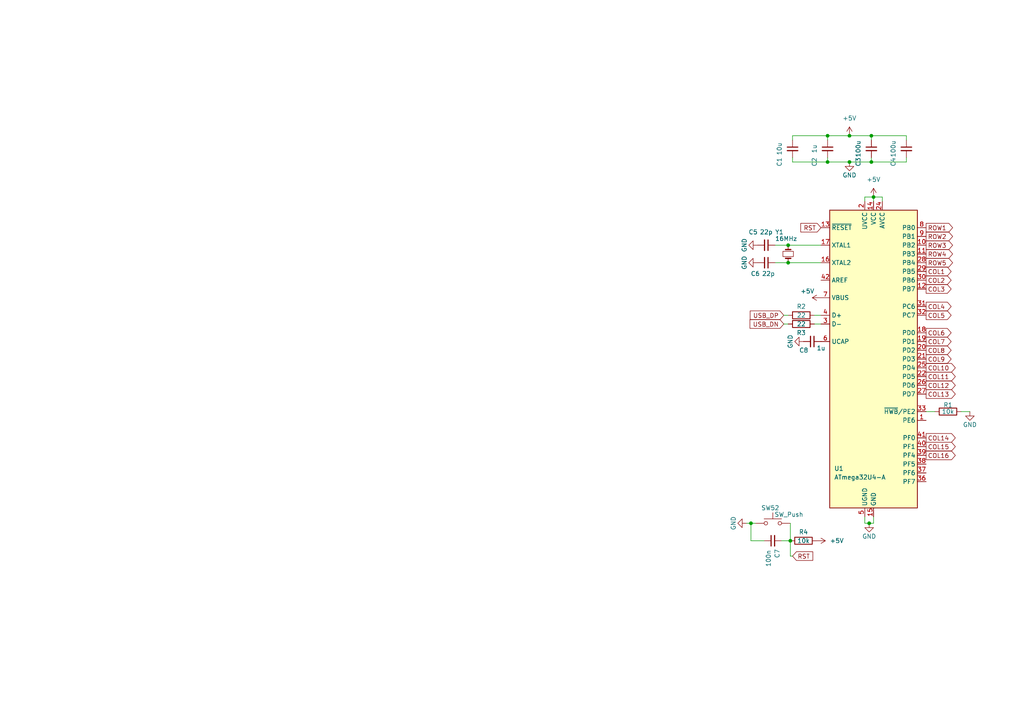
<source format=kicad_sch>
(kicad_sch (version 20211123) (generator eeschema)
  (paper "A4")
  (junction (at 128.905 -63.5))
  (junction (at 97.79 -100.965))
  (junction (at 202.565 -73.025))
  (junction (at 128.905 -147.32))
  (junction (at 24.13 -63.5))
  (junction (at 391.795 90.805))
  (junction (at 76.835 -100.965))
  (junction (at 233.68 -119.38))
  (junction (at 212.725 -91.44))
  (junction (at 128.905 -119.38))
  (junction (at 217.805 151.765))
  (junction (at 66.04 -63.5))
  (junction (at 55.88 -100.965))
  (junction (at 55.88 -128.905))
  (junction (at 212.725 -35.56))
  (junction (at 34.925 -128.905))
  (junction (at 139.7 -100.965))
  (junction (at 170.815 -63.5))
  (junction (at 212.725 -63.5))
  (junction (at 13.97 -73.025))
  (junction (at 160.655 -128.905))
  (junction (at 3.175 -147.32))
  (junction (at 253.365 57.15))
  (junction (at 254.635 -119.38))
  (junction (at 228.6 71.12))
  (junction (at 107.95 -63.5))
  (junction (at 265.43 -73.025))
  (junction (at 86.995 -91.44))
  (junction (at 244.475 -73.025))
  (junction (at 181.61 -100.965))
  (junction (at 107.95 -147.32))
  (junction (at 170.815 -147.32))
  (junction (at -17.78 -147.32))
  (junction (at -6.985 -45.085))
  (junction (at -17.78 -35.56))
  (junction (at 76.835 -128.905))
  (junction (at 86.995 -119.38))
  (junction (at 228.6 76.2))
  (junction (at 118.745 -73.025))
  (junction (at 24.13 -91.44))
  (junction (at 191.77 -119.38))
  (junction (at 252.095 151.765))
  (junction (at 212.725 -119.38))
  (junction (at 191.77 -63.5))
  (junction (at 265.43 -100.965))
  (junction (at 223.52 -73.025))
  (junction (at 66.04 -91.44))
  (junction (at 24.13 -35.56))
  (junction (at 244.475 -45.085))
  (junction (at 76.835 -73.025))
  (junction (at 13.97 -100.965))
  (junction (at 24.13 -147.32))
  (junction (at 223.52 -128.905))
  (junction (at 223.52 -100.965))
  (junction (at 244.475 -128.905))
  (junction (at 212.725 -147.32))
  (junction (at 254.635 -147.32))
  (junction (at 13.97 -45.085))
  (junction (at 24.13 -119.38))
  (junction (at 3.175 -35.56))
  (junction (at 55.88 -73.025))
  (junction (at 170.815 -119.38))
  (junction (at 181.61 -128.905))
  (junction (at 252.73 39.37))
  (junction (at 34.925 -73.025))
  (junction (at 246.38 39.37))
  (junction (at -17.78 -91.44))
  (junction (at 401.32 78.105))
  (junction (at -6.985 -128.905))
  (junction (at 191.77 -91.44))
  (junction (at -27.94 -129.54))
  (junction (at 286.385 -100.965))
  (junction (at 118.745 -45.085))
  (junction (at 368.3 141.605))
  (junction (at 45.085 -91.44))
  (junction (at 391.795 85.725))
  (junction (at 254.635 -63.5))
  (junction (at 97.79 -73.025))
  (junction (at 128.905 -35.56))
  (junction (at 202.565 -45.085))
  (junction (at 233.68 -35.56))
  (junction (at 118.745 -128.905))
  (junction (at 286.385 -45.085))
  (junction (at 275.59 -119.38))
  (junction (at 45.085 -35.56))
  (junction (at 240.03 46.99))
  (junction (at -17.78 -119.38))
  (junction (at 149.86 -63.5))
  (junction (at 66.04 -119.38))
  (junction (at 45.085 -147.32))
  (junction (at 34.925 -100.965))
  (junction (at 86.995 -63.5))
  (junction (at 160.655 -100.965))
  (junction (at 244.475 -100.965))
  (junction (at 107.95 -91.44))
  (junction (at 223.52 -45.085))
  (junction (at 13.97 -128.905))
  (junction (at 286.385 -128.905))
  (junction (at 233.68 -63.5))
  (junction (at 170.815 -91.44))
  (junction (at 97.79 -128.905))
  (junction (at 246.38 46.99))
  (junction (at 275.59 -35.56))
  (junction (at 202.565 -100.965))
  (junction (at 202.565 -128.905))
  (junction (at 45.085 -119.38))
  (junction (at 254.635 -91.44))
  (junction (at 149.86 -91.44))
  (junction (at 229.235 156.845))
  (junction (at -27.94 -101.6))
  (junction (at -27.94 -73.66))
  (junction (at 139.7 -128.905))
  (junction (at 233.68 -147.32))
  (junction (at 128.905 -91.44))
  (junction (at 181.61 -73.025))
  (junction (at 252.73 46.99))
  (junction (at 139.7 -73.025))
  (junction (at 3.175 -63.5))
  (junction (at 160.655 -73.025))
  (junction (at 254.635 -35.56))
  (junction (at 34.925 -45.085))
  (junction (at 361.95 149.86))
  (junction (at 149.86 -147.32))
  (junction (at 45.085 -63.5))
  (junction (at 107.95 -119.38))
  (junction (at 118.745 -100.965))
  (junction (at 86.995 -147.32))
  (junction (at 233.68 -91.44))
  (junction (at 66.04 -147.32))
  (junction (at 191.77 -147.32))
  (junction (at 240.03 39.37))
  (junction (at 149.86 -119.38))
  (wire (pts (xy 244.475 -45.085) (xy 244.475 -17.145)))
  (wire (pts (xy 254.635 -114.935) (xy 254.635 -119.38)))
  (wire (pts (xy 301.625 -137.795) (xy 296.545 -137.795)))
  (wire (pts (xy 133.985 -128.905) (xy 133.985 -137.795)))
  (wire (pts (xy 71.12 -137.795) (xy 66.04 -137.795)))
  (wire (pts (xy 55.88 -128.905) (xy 60.96 -128.905)))
  (wire (pts (xy 34.925 -73.025) (xy 34.925 -45.085)))
  (wire (pts (xy 202.565 -17.145) (xy 207.645 -17.145)))
  (wire (pts (xy 175.895 -100.965) (xy 175.895 -109.855)))
  (wire (pts (xy 253.365 151.765) (xy 252.095 151.765)))
  (wire (pts (xy 154.94 -53.975) (xy 149.86 -53.975)))
  (wire (pts (xy 45.085 -86.995) (xy 45.085 -91.44)))
  (wire (pts (xy 181.61 -100.965) (xy 186.69 -100.965)))
  (wire (pts (xy 238.76 -53.975) (xy 233.68 -53.975)))
  (wire (pts (xy 391.795 89.535) (xy 391.16 89.535)))
  (wire (pts (xy 66.04 -59.055) (xy 66.04 -63.5)))
  (wire (pts (xy -12.7 -129.54) (xy -12.7 -138.43)))
  (wire (pts (xy 280.67 -109.855) (xy 275.59 -109.855)))
  (wire (pts (xy 228.6 71.12) (xy 238.125 71.12)))
  (wire (pts (xy 301.625 -17.145) (xy 301.625 -26.035)))
  (wire (pts (xy 296.545 -35.56) (xy 275.59 -35.56)))
  (wire (pts (xy 175.895 -137.795) (xy 170.815 -137.795)))
  (wire (pts (xy 139.7 -100.965) (xy 139.7 -73.025)))
  (wire (pts (xy -17.78 -91.44) (xy 24.13 -91.44)))
  (wire (pts (xy 160.655 -128.905) (xy 165.735 -128.905)))
  (wire (pts (xy 50.165 -73.025) (xy 50.165 -81.915)))
  (wire (pts (xy 286.385 -17.145) (xy 291.465 -17.145)))
  (wire (pts (xy 97.79 -45.085) (xy 102.87 -45.085)))
  (wire (pts (xy -27.94 -101.6) (xy -27.94 -73.66)))
  (wire (pts (xy 202.565 -73.025) (xy 207.645 -73.025)))
  (wire (pts (xy 250.825 151.765) (xy 250.825 149.86)))
  (wire (pts (xy 217.805 -45.085) (xy 217.805 -53.975)))
  (wire (pts (xy 254.635 -63.5) (xy 296.545 -63.5)))
  (wire (pts (xy 286.385 -128.905) (xy 286.385 -100.965)))
  (wire (pts (xy 71.12 -53.975) (xy 66.04 -53.975)))
  (wire (pts (xy 280.67 -73.025) (xy 280.67 -81.915)))
  (wire (pts (xy 170.815 -63.5) (xy 149.86 -63.5)))
  (wire (pts (xy -6.985 -128.905) (xy -1.905 -128.905)))
  (wire (pts (xy 97.79 -100.965) (xy 102.87 -100.965)))
  (wire (pts (xy 45.085 -114.935) (xy 45.085 -119.38)))
  (wire (pts (xy 280.67 -17.145) (xy 280.67 -26.035)))
  (wire (pts (xy 107.95 -142.875) (xy 107.95 -147.32)))
  (wire (pts (xy 238.76 -17.145) (xy 238.76 -26.035)))
  (wire (pts (xy -6.985 -128.905) (xy -6.985 -45.085)))
  (wire (pts (xy 50.165 -26.035) (xy 45.085 -26.035)))
  (wire (pts (xy 76.835 -73.025) (xy 81.915 -73.025)))
  (wire (pts (xy 13.97 -45.085) (xy 13.97 -17.145)))
  (wire (pts (xy 238.76 -128.905) (xy 238.76 -137.795)))
  (wire (pts (xy 50.165 -45.085) (xy 50.165 -53.975)))
  (wire (pts (xy 3.175 -147.32) (xy -17.78 -147.32)))
  (wire (pts (xy 233.68 -147.32) (xy 212.725 -147.32)))
  (wire (pts (xy -17.78 -147.32) (xy -31.115 -147.32)))
  (wire (pts (xy 212.725 -59.055) (xy 212.725 -63.5)))
  (wire (pts (xy 29.21 -100.965) (xy 29.21 -109.855)))
  (wire (pts (xy 118.745 -100.965) (xy 123.825 -100.965)))
  (wire (pts (xy 170.815 -142.875) (xy 170.815 -147.32)))
  (wire (pts (xy 92.075 -81.915) (xy 86.995 -81.915)))
  (wire (pts (xy 8.255 -53.975) (xy 3.175 -53.975)))
  (wire (pts (xy 275.59 -119.38) (xy 254.635 -119.38)))
  (wire (pts (xy 250.825 58.42) (xy 250.825 57.15)))
  (wire (pts (xy 259.715 -45.085) (xy 259.715 -53.975)))
  (wire (pts (xy 154.94 -128.905) (xy 154.94 -137.795)))
  (wire (pts (xy 154.94 -81.915) (xy 149.86 -81.915)))
  (wire (pts (xy 139.7 -73.025) (xy 139.7 -45.085)))
  (wire (pts (xy -31.115 -63.5) (xy 3.175 -63.5)))
  (wire (pts (xy 50.165 -109.855) (xy 45.085 -109.855)))
  (wire (pts (xy 229.87 161.29) (xy 229.235 161.29)))
  (wire (pts (xy 196.85 -109.855) (xy 191.77 -109.855)))
  (wire (pts (xy 368.3 137.795) (xy 368.3 141.605)))
  (wire (pts (xy 76.835 -73.025) (xy 76.835 -45.085)))
  (wire (pts (xy 133.985 -81.915) (xy 128.905 -81.915)))
  (wire (pts (xy 181.61 -161.925) (xy 181.61 -128.905)))
  (wire (pts (xy 45.085 -142.875) (xy 45.085 -147.32)))
  (wire (pts (xy 217.805 -137.795) (xy 212.725 -137.795)))
  (wire (pts (xy -12.7 -73.66) (xy -12.7 -82.55)))
  (wire (pts (xy 154.94 -109.855) (xy 149.86 -109.855)))
  (wire (pts (xy 244.475 -128.905) (xy 244.475 -100.965)))
  (wire (pts (xy 118.745 -161.925) (xy 118.745 -128.905)))
  (wire (pts (xy 212.725 -63.5) (xy 191.77 -63.5)))
  (wire (pts (xy 252.73 45.72) (xy 252.73 46.99)))
  (wire (pts (xy -27.94 -129.54) (xy -27.94 -101.6)))
  (wire (pts (xy 202.565 -73.025) (xy 202.565 -45.085)))
  (wire (pts (xy 391.16 76.835) (xy 391.795 76.835)))
  (wire (pts (xy 254.635 -86.995) (xy 254.635 -91.44)))
  (wire (pts (xy 286.385 -100.965) (xy 286.385 -45.085)))
  (wire (pts (xy 128.905 -31.115) (xy 128.905 -35.56)))
  (wire (pts (xy 181.61 -128.905) (xy 181.61 -100.965)))
  (wire (pts (xy 217.805 -100.965) (xy 217.805 -109.855)))
  (wire (pts (xy -17.78 -91.44) (xy -31.115 -91.44)))
  (wire (pts (xy 97.79 -100.965) (xy 97.79 -73.025)))
  (wire (pts (xy 128.905 -59.055) (xy 128.905 -63.5)))
  (wire (pts (xy 223.52 -45.085) (xy 228.6 -45.085)))
  (wire (pts (xy 170.815 -147.32) (xy 149.86 -147.32)))
  (wire (pts (xy 76.835 -100.965) (xy 81.915 -100.965)))
  (wire (pts (xy 55.88 -161.925) (xy 55.88 -128.905)))
  (wire (pts (xy 259.715 -81.915) (xy 254.635 -81.915)))
  (wire (pts (xy 259.715 -100.965) (xy 259.715 -109.855)))
  (wire (pts (xy 202.565 -45.085) (xy 202.565 -17.145)))
  (wire (pts (xy 13.97 -17.145) (xy 19.05 -17.145)))
  (wire (pts (xy 29.21 -17.145) (xy 29.21 -26.035)))
  (wire (pts (xy 8.255 -128.905) (xy 8.255 -137.795)))
  (wire (pts (xy 296.545 -59.055) (xy 296.545 -63.5)))
  (wire (pts (xy -17.78 -143.51) (xy -17.78 -147.32)))
  (wire (pts (xy 253.365 57.15) (xy 255.905 57.15)))
  (wire (pts (xy 34.925 -45.085) (xy 34.925 -17.145)))
  (wire (pts (xy 29.21 -73.025) (xy 29.21 -81.915)))
  (wire (pts (xy 118.745 -73.025) (xy 123.825 -73.025)))
  (wire (pts (xy 196.85 -100.965) (xy 196.85 -109.855)))
  (wire (pts (xy 217.805 -17.145) (xy 217.805 -26.035)))
  (wire (pts (xy 246.38 39.37) (xy 252.73 39.37)))
  (wire (pts (xy 233.68 -114.935) (xy 233.68 -119.38)))
  (wire (pts (xy 238.76 -137.795) (xy 233.68 -137.795)))
  (wire (pts (xy 71.12 -109.855) (xy 66.04 -109.855)))
  (wire (pts (xy 160.655 -161.925) (xy 160.655 -128.905)))
  (wire (pts (xy 160.655 -100.965) (xy 165.735 -100.965)))
  (wire (pts (xy 149.86 -142.875) (xy 149.86 -147.32)))
  (wire (pts (xy -12.7 -82.55) (xy -17.78 -82.55)))
  (wire (pts (xy 301.625 -109.855) (xy 296.545 -109.855)))
  (wire (pts (xy 92.075 -109.855) (xy 86.995 -109.855)))
  (wire (pts (xy 34.925 -100.965) (xy 34.925 -73.025)))
  (wire (pts (xy 24.13 -114.935) (xy 24.13 -119.38)))
  (wire (pts (xy 361.95 151.765) (xy 361.95 149.86)))
  (wire (pts (xy -12.7 -17.78) (xy -12.7 -26.67)))
  (wire (pts (xy 118.745 -128.905) (xy 123.825 -128.905)))
  (wire (pts (xy 76.835 -128.905) (xy 81.915 -128.905)))
  (wire (pts (xy 50.165 -53.975) (xy 45.085 -53.975)))
  (wire (pts (xy 265.43 -100.965) (xy 270.51 -100.965)))
  (wire (pts (xy 66.04 -119.38) (xy 45.085 -119.38)))
  (wire (pts (xy 254.635 -119.38) (xy 233.68 -119.38)))
  (wire (pts (xy 128.905 -63.5) (xy 107.95 -63.5)))
  (wire (pts (xy -17.78 -119.38) (xy -31.115 -119.38)))
  (wire (pts (xy 128.905 -142.875) (xy 128.905 -147.32)))
  (wire (pts (xy 223.52 -128.905) (xy 228.6 -128.905)))
  (wire (pts (xy 128.905 -91.44) (xy 107.95 -91.44)))
  (wire (pts (xy 244.475 -45.085) (xy 249.555 -45.085)))
  (wire (pts (xy 76.835 -128.905) (xy 76.835 -100.965)))
  (wire (pts (xy 301.625 -45.085) (xy 301.625 -53.975)))
  (wire (pts (xy 175.895 -81.915) (xy 170.815 -81.915)))
  (wire (pts (xy 217.805 -109.855) (xy 212.725 -109.855)))
  (wire (pts (xy 196.85 -53.975) (xy 191.77 -53.975)))
  (wire (pts (xy 233.68 -119.38) (xy 212.725 -119.38)))
  (wire (pts (xy 238.76 -109.855) (xy 233.68 -109.855)))
  (wire (pts (xy 139.7 -73.025) (xy 144.78 -73.025)))
  (wire (pts (xy 191.77 -91.44) (xy 170.815 -91.44)))
  (wire (pts (xy 29.21 -109.855) (xy 24.13 -109.855)))
  (wire (pts (xy 24.13 -35.56) (xy 3.175 -35.56)))
  (wire (pts (xy 13.97 -45.085) (xy 19.05 -45.085)))
  (wire (pts (xy 223.52 -100.965) (xy 223.52 -73.025)))
  (wire (pts (xy 113.03 -100.965) (xy 113.03 -109.855)))
  (wire (pts (xy 113.03 -53.975) (xy 107.95 -53.975)))
  (wire (pts (xy 196.85 -73.025) (xy 196.85 -81.915)))
  (wire (pts (xy 191.77 -59.055) (xy 191.77 -63.5)))
  (wire (pts (xy 244.475 -17.145) (xy 249.555 -17.145)))
  (wire (pts (xy 265.43 -17.145) (xy 270.51 -17.145)))
  (wire (pts (xy 128.905 -86.995) (xy 128.905 -91.44)))
  (wire (pts (xy 13.97 -73.025) (xy 19.05 -73.025)))
  (wire (pts (xy 301.625 -53.975) (xy 296.545 -53.975)))
  (wire (pts (xy 29.21 -128.905) (xy 29.21 -137.795)))
  (wire (pts (xy 55.88 -73.025) (xy 60.96 -73.025)))
  (wire (pts (xy 133.985 -53.975) (xy 128.905 -53.975)))
  (wire (pts (xy 92.075 -100.965) (xy 92.075 -109.855)))
  (wire (pts (xy 107.95 -59.055) (xy 107.95 -63.5)))
  (wire (pts (xy 202.565 -100.965) (xy 207.645 -100.965)))
  (wire (pts (xy 154.94 -137.795) (xy 149.86 -137.795)))
  (wire (pts (xy 275.59 -35.56) (xy 254.635 -35.56)))
  (wire (pts (xy 246.38 46.99) (xy 252.73 46.99)))
  (wire (pts (xy 361.95 149.86) (xy 361.95 149.225)))
  (wire (pts (xy 255.905 57.15) (xy 255.905 58.42)))
  (wire (pts (xy 118.745 -100.965) (xy 118.745 -73.025)))
  (wire (pts (xy 361.95 141.605) (xy 368.3 141.605)))
  (wire (pts (xy 244.475 -100.965) (xy 244.475 -73.025)))
  (wire (pts (xy 29.21 -137.795) (xy 24.13 -137.795)))
  (wire (pts (xy -6.985 -17.145) (xy -1.905 -17.145)))
  (wire (pts (xy 29.21 -53.975) (xy 24.13 -53.975)))
  (wire (pts (xy 196.85 -137.795) (xy 191.77 -137.795)))
  (wire (pts (xy 45.085 -147.32) (xy 24.13 -147.32)))
  (wire (pts (xy 107.95 -114.935) (xy 107.95 -119.38)))
  (wire (pts (xy 265.43 -100.965) (xy 265.43 -73.025)))
  (wire (pts (xy 133.985 -137.795) (xy 128.905 -137.795)))
  (wire (pts (xy 107.95 -119.38) (xy 86.995 -119.38)))
  (wire (pts (xy 259.715 -109.855) (xy 254.635 -109.855)))
  (wire (pts (xy 13.97 -73.025) (xy 13.97 -45.085)))
  (wire (pts (xy 191.77 -63.5) (xy 170.815 -63.5)))
  (wire (pts (xy 160.655 -45.085) (xy 165.735 -45.085)))
  (wire (pts (xy 71.12 -73.025) (xy 71.12 -81.915)))
  (wire (pts (xy -27.94 -73.66) (xy -22.86 -73.66)))
  (wire (pts (xy 118.745 -17.145) (xy 123.825 -17.145)))
  (wire (pts (xy 170.815 -114.935) (xy 170.815 -119.38)))
  (wire (pts (xy 259.715 -128.905) (xy 259.715 -137.795)))
  (wire (pts (xy 181.61 -73.025) (xy 181.61 -45.085)))
  (wire (pts (xy -12.7 -138.43) (xy -17.78 -138.43)))
  (wire (pts (xy 196.85 -45.085) (xy 196.85 -53.975)))
  (wire (pts (xy 160.655 -73.025) (xy 160.655 -45.085)))
  (wire (pts (xy 229.87 39.37) (xy 229.87 40.64)))
  (wire (pts (xy 212.725 -31.115) (xy 212.725 -35.56)))
  (wire (pts (xy 34.925 -128.905) (xy 34.925 -100.965)))
  (wire (pts (xy 250.825 57.15) (xy 253.365 57.15)))
  (wire (pts (xy 259.715 -17.145) (xy 259.715 -26.035)))
  (wire (pts (xy 259.715 -137.795) (xy 254.635 -137.795)))
  (wire (pts (xy 66.04 -91.44) (xy 45.085 -91.44)))
  (wire (pts (xy -6.985 -161.925) (xy -6.985 -128.905)))
  (wire (pts (xy 149.86 -59.055) (xy 149.86 -63.5)))
  (wire (pts (xy 254.635 -59.055) (xy 254.635 -63.5)))
  (wire (pts (xy 139.7 -161.925) (xy 139.7 -128.905)))
  (wire (pts (xy 170.815 -59.055) (xy 170.815 -63.5)))
  (wire (pts (xy 97.79 -73.025) (xy 97.79 -45.085)))
  (wire (pts (xy 175.895 -45.085) (xy 175.895 -53.975)))
  (wire (pts (xy 3.175 -59.055) (xy 3.175 -63.5)))
  (wire (pts (xy 296.545 -119.38) (xy 275.59 -119.38)))
  (wire (pts (xy 107.95 -86.995) (xy 107.95 -91.44)))
  (wire (pts (xy 45.085 -31.115) (xy 45.085 -35.56)))
  (wire (pts (xy 86.995 -147.32) (xy 66.04 -147.32)))
  (wire (pts (xy 223.52 -73.025) (xy 223.52 -45.085)))
  (wire (pts (xy 202.565 -128.905) (xy 207.645 -128.905)))
  (wire (pts (xy 133.985 -45.085) (xy 133.985 -53.975)))
  (wire (pts (xy 181.61 -45.085) (xy 186.69 -45.085)))
  (wire (pts (xy 202.565 -161.925) (xy 202.565 -128.905)))
  (wire (pts (xy 139.7 -45.085) (xy 144.78 -45.085)))
  (wire (pts (xy -27.94 -129.54) (xy -22.86 -129.54)))
  (wire (pts (xy 3.175 -31.115) (xy 3.175 -35.56)))
  (wire (pts (xy 34.925 -128.905) (xy 40.005 -128.905)))
  (wire (pts (xy 34.925 -161.925) (xy 34.925 -128.905)))
  (wire (pts (xy 97.79 -73.025) (xy 102.87 -73.025)))
  (wire (pts (xy 391.795 90.805) (xy 391.795 92.075)))
  (wire (pts (xy 280.67 -26.035) (xy 275.59 -26.035)))
  (wire (pts (xy 244.475 -161.925) (xy 244.475 -128.905)))
  (wire (pts (xy 86.995 -59.055) (xy 86.995 -63.5)))
  (wire (pts (xy 217.805 -26.035) (xy 212.725 -26.035)))
  (wire (pts (xy 76.835 -45.085) (xy 81.915 -45.085)))
  (wire (pts (xy 244.475 -73.025) (xy 249.555 -73.025)))
  (wire (pts (xy 233.68 -63.5) (xy 212.725 -63.5)))
  (wire (pts (xy 154.94 -73.025) (xy 154.94 -81.915)))
  (wire (pts (xy 55.88 -45.085) (xy 60.96 -45.085)))
  (wire (pts (xy 229.87 46.99) (xy 240.03 46.99)))
  (wire (pts (xy -12.7 -110.49) (xy -17.78 -110.49)))
  (wire (pts (xy 154.94 -100.965) (xy 154.94 -109.855)))
  (wire (pts (xy 296.545 -142.875) (xy 296.545 -147.32)))
  (wire (pts (xy 391.795 84.455) (xy 391.795 85.725)))
  (wire (pts (xy 259.715 -73.025) (xy 259.715 -81.915)))
  (wire (pts (xy 196.85 -128.905) (xy 196.85 -137.795)))
  (wire (pts (xy 253.365 149.86) (xy 253.365 151.765)))
  (wire (pts (xy 175.895 -53.975) (xy 170.815 -53.975)))
  (wire (pts (xy 229.235 156.845) (xy 229.235 161.29)))
  (wire (pts (xy 238.76 -81.915) (xy 233.68 -81.915)))
  (wire (pts (xy 286.385 -128.905) (xy 291.465 -128.905)))
  (wire (pts (xy 128.905 -147.32) (xy 107.95 -147.32)))
  (wire (pts (xy 45.085 -35.56) (xy 24.13 -35.56)))
  (wire (pts (xy -27.94 -17.78) (xy -22.86 -17.78)))
  (wire (pts (xy 45.085 -59.055) (xy 45.085 -63.5)))
  (wire (pts (xy 368.3 141.605) (xy 368.3 144.78)))
  (wire (pts (xy 113.03 -109.855) (xy 107.95 -109.855)))
  (wire (pts (xy 202.565 -100.965) (xy 202.565 -73.025)))
  (wire (pts (xy 29.21 -81.915) (xy 24.13 -81.915)))
  (wire (pts (xy 107.95 -91.44) (xy 86.995 -91.44)))
  (wire (pts (xy 268.605 119.38) (xy 271.145 119.38)))
  (wire (pts (xy 170.815 -119.38) (xy 149.86 -119.38)))
  (wire (pts (xy 391.795 92.075) (xy 391.16 92.075)))
  (wire (pts (xy 45.085 -63.5) (xy 24.13 -63.5)))
  (wire (pts (xy 233.68 -35.56) (xy 212.725 -35.56)))
  (wire (pts (xy 107.95 -63.5) (xy 86.995 -63.5)))
  (wire (pts (xy 401.32 79.375) (xy 401.32 78.105)))
  (wire (pts (xy 154.94 -45.085) (xy 154.94 -53.975)))
  (wire (pts (xy 280.67 -100.965) (xy 280.67 -109.855)))
  (wire (pts (xy -12.7 -101.6) (xy -12.7 -110.49)))
  (wire (pts (xy 254.635 -63.5) (xy 233.68 -63.5)))
  (wire (pts (xy 259.715 -53.975) (xy 254.635 -53.975)))
  (wire (pts (xy -17.78 -87.63) (xy -17.78 -91.44)))
  (wire (pts (xy 50.165 -137.795) (xy 45.085 -137.795)))
  (wire (pts (xy 191.77 -114.935) (xy 191.77 -119.38)))
  (wire (pts (xy 66.04 -114.935) (xy 66.04 -119.38)))
  (wire (pts (xy -27.94 -101.6) (xy -22.86 -101.6)))
  (wire (pts (xy 8.255 -45.085) (xy 8.255 -53.975)))
  (wire (pts (xy 240.03 45.72) (xy 240.03 46.99)))
  (wire (pts (xy 275.59 -114.935) (xy 275.59 -119.38)))
  (wire (pts (xy 238.76 -73.025) (xy 238.76 -81.915)))
  (wire (pts (xy 34.925 -45.085) (xy 40.005 -45.085)))
  (wire (pts (xy 401.32 78.105) (xy 402.59 78.105)))
  (wire (pts (xy 286.385 -45.085) (xy 291.465 -45.085)))
  (wire (pts (xy 301.625 -26.035) (xy 296.545 -26.035)))
  (wire (pts (xy 196.85 -81.915) (xy 191.77 -81.915)))
  (wire (pts (xy 97.79 -128.905) (xy 97.79 -100.965)))
  (wire (pts (xy 228.6 76.2) (xy 238.125 76.2)))
  (wire (pts (xy 86.995 -142.875) (xy 86.995 -147.32)))
  (wire (pts (xy 401.32 76.835) (xy 399.415 76.835)))
  (wire (pts (xy -17.78 -115.57) (xy -17.78 -119.38)))
  (wire (pts (xy 133.985 -73.025) (xy 133.985 -81.915)))
  (wire (pts (xy 45.085 -91.44) (xy 24.13 -91.44)))
  (wire (pts (xy 191.77 -86.995) (xy 191.77 -91.44)))
  (wire (pts (xy 24.13 -142.875) (xy 24.13 -147.32)))
  (wire (pts (xy 24.13 -63.5) (xy 3.175 -63.5)))
  (wire (pts (xy 86.995 -91.44) (xy 66.04 -91.44)))
  (wire (pts (xy 92.075 -45.085) (xy 92.075 -53.975)))
  (wire (pts (xy 391.795 86.995) (xy 391.16 86.995)))
  (wire (pts (xy 399.415 79.375) (xy 401.32 79.375)))
  (wire (pts (xy 401.32 76.835) (xy 401.32 78.105)))
  (wire (pts (xy 13.97 -100.965) (xy 19.05 -100.965)))
  (wire (pts (xy 8.255 -26.035) (xy 3.175 -26.035)))
  (wire (pts (xy 233.68 -91.44) (xy 212.725 -91.44)))
  (wire (pts (xy 254.635 -142.875) (xy 254.635 -147.32)))
  (wire (pts (xy 149.86 -119.38) (xy 128.905 -119.38)))
  (wire (pts (xy 113.03 -45.085) (xy 113.03 -53.975)))
  (wire (pts (xy 133.985 -100.965) (xy 133.985 -109.855)))
  (wire (pts (xy 229.87 39.37) (xy 240.03 39.37)))
  (wire (pts (xy 236.22 93.98) (xy 238.125 93.98)))
  (wire (pts (xy 3.175 -35.56) (xy -17.78 -35.56)))
  (wire (pts (xy 107.95 -147.32) (xy 86.995 -147.32)))
  (wire (pts (xy 236.22 91.44) (xy 238.125 91.44)))
  (wire (pts (xy 262.89 45.72) (xy 262.89 46.99)))
  (wire (pts (xy 217.805 151.765) (xy 216.535 151.765)))
  (wire (pts (xy 217.805 -73.025) (xy 217.805 -81.915)))
  (wire (pts (xy 191.77 -147.32) (xy 170.815 -147.32)))
  (wire (pts (xy 66.04 -147.32) (xy 45.085 -147.32)))
  (wire (pts (xy 133.985 -26.035) (xy 128.905 -26.035)))
  (wire (pts (xy 391.795 85.725) (xy 393.065 85.725)))
  (wire (pts (xy 92.075 -53.975) (xy 86.995 -53.975)))
  (wire (pts (xy 76.835 -100.965) (xy 76.835 -73.025)))
  (wire (pts (xy 212.725 -86.995) (xy 212.725 -91.44)))
  (wire (pts (xy 238.76 -26.035) (xy 233.68 -26.035)))
  (wire (pts (xy 34.925 -73.025) (xy 40.005 -73.025)))
  (wire (pts (xy 217.805 -128.905) (xy 217.805 -137.795)))
  (wire (pts (xy 86.995 -114.935) (xy 86.995 -119.38)))
  (wire (pts (xy -6.985 -45.085) (xy -6.985 -17.145)))
  (wire (pts (xy 149.86 -147.32) (xy 128.905 -147.32)))
  (wire (pts (xy -17.78 -119.38) (xy 24.13 -119.38)))
  (wire (pts (xy 240.03 39.37) (xy 240.03 40.64)))
  (wire (pts (xy 86.995 -86.995) (xy 86.995 -91.44)))
  (wire (pts (xy 233.68 -31.115) (xy 233.68 -35.56)))
  (wire (pts (xy 13.97 -128.905) (xy 13.97 -100.965)))
  (wire (pts (xy 244.475 -100.965) (xy 249.555 -100.965)))
  (wire (pts (xy 8.255 -137.795) (xy 3.175 -137.795)))
  (wire (pts (xy 254.635 -147.32) (xy 296.545 -147.32)))
  (wire (pts (xy 238.76 -100.965) (xy 238.76 -109.855)))
  (wire (pts (xy 217.805 -81.915) (xy 212.725 -81.915)))
  (wire (pts (xy 233.68 -59.055) (xy 233.68 -63.5)))
  (wire (pts (xy 259.715 -26.035) (xy 254.635 -26.035)))
  (wire (pts (xy 227.33 93.98) (xy 228.6 93.98)))
  (wire (pts (xy 160.655 -73.025) (xy 165.735 -73.025)))
  (wire (pts (xy 278.765 119.38) (xy 281.305 119.38)))
  (wire (pts (xy 170.815 -91.44) (xy 149.86 -91.44)))
  (wire (pts (xy 296.545 -31.115) (xy 296.545 -35.56)))
  (wire (pts (xy 391.795 89.535) (xy 391.795 90.805)))
  (wire (pts (xy 229.235 156.845) (xy 226.695 156.845)))
  (wire (pts (xy 128.905 -119.38) (xy 107.95 -119.38)))
  (wire (pts (xy 223.52 -161.925) (xy 223.52 -128.905)))
  (wire (pts (xy 118.745 -45.085) (xy 118.745 -17.145)))
  (wire (pts (xy 139.7 -128.905) (xy 139.7 -100.965)))
  (wire (pts (xy 254.635 -91.44) (xy 233.68 -91.44)))
  (wire (pts (xy 301.625 -128.905) (xy 301.625 -137.795)))
  (wire (pts (xy 66.04 -142.875) (xy 66.04 -147.32)))
  (wire (pts (xy 133.985 -17.145) (xy 133.985 -26.035)))
  (wire (pts (xy 252.095 151.765) (xy 250.825 151.765)))
  (wire (pts (xy 71.12 -128.905) (xy 71.12 -137.795)))
  (wire (pts (xy 240.03 46.99) (xy 246.38 46.99)))
  (wire (pts (xy 128.905 -114.935) (xy 128.905 -119.38)))
  (wire (pts (xy 113.03 -137.795) (xy 107.95 -137.795)))
  (wire (pts (xy 224.79 71.12) (xy 228.6 71.12)))
  (wire (pts (xy 66.04 -86.995) (xy 66.04 -91.44)))
  (wire (pts (xy 45.085 -35.56) (xy 128.905 -35.56)))
  (wire (pts (xy 262.89 40.64) (xy 262.89 39.37)))
  (wire (pts (xy 202.565 -45.085) (xy 207.645 -45.085)))
  (wire (pts (xy 13.97 -161.925) (xy 13.97 -128.905)))
  (wire (pts (xy 391.795 90.805) (xy 393.065 90.805)))
  (wire (pts (xy 191.77 -119.38) (xy 170.815 -119.38)))
  (wire (pts (xy 118.745 -73.025) (xy 118.745 -45.085)))
  (wire (pts (xy 50.165 -100.965) (xy 50.165 -109.855)))
  (wire (pts (xy 160.655 -128.905) (xy 160.655 -100.965)))
  (wire (pts (xy -17.78 -31.75) (xy -17.78 -35.56)))
  (wire (pts (xy 149.86 -86.995) (xy 149.86 -91.44)))
  (wire (pts (xy 212.725 -91.44) (xy 191.77 -91.44)))
  (wire (pts (xy 13.97 -100.965) (xy 13.97 -73.025)))
  (wire (pts (xy 202.565 -128.905) (xy 202.565 -100.965)))
  (wire (pts (xy 223.52 -128.905) (xy 223.52 -100.965)))
  (wire (pts (xy 224.79 76.2) (xy 228.6 76.2)))
  (wire (pts (xy 118.745 -128.905) (xy 118.745 -100.965)))
  (wire (pts (xy 212.725 -114.935) (xy 212.725 -119.38)))
  (wire (pts (xy 217.805 151.765) (xy 219.075 151.765)))
  (wire (pts (xy 286.385 -161.925) (xy 286.385 -128.905)))
  (wire (pts (xy 280.67 -81.915) (xy 275.59 -81.915)))
  (wire (pts (xy 286.385 -100.965) (xy 291.465 -100.965)))
  (wire (pts (xy 170.815 -86.995) (xy 170.815 -91.44)))
  (wire (pts (xy 71.12 -100.965) (xy 71.12 -109.855)))
  (wire (pts (xy 50.165 -128.905) (xy 50.165 -137.795)))
  (wire (pts (xy 212.725 -119.38) (xy 191.77 -119.38)))
  (wire (pts (xy 149.86 -114.935) (xy 149.86 -119.38)))
  (wire (pts (xy 113.03 -128.905) (xy 113.03 -137.795)))
  (wire (pts (xy 97.79 -128.905) (xy 102.87 -128.905)))
  (wire (pts (xy 71.12 -45.085) (xy 71.12 -53.975)))
  (wire (pts (xy 24.13 -86.995) (xy 24.13 -91.44)))
  (wire (pts (xy -6.985 -45.085) (xy -1.905 -45.085)))
  (wire (pts (xy 217.805 -53.975) (xy 212.725 -53.975)))
  (wire (pts (xy 244.475 -128.905) (xy 249.555 -128.905)))
  (wire (pts (xy 175.895 -73.025) (xy 175.895 -81.915)))
  (wire (pts (xy 175.895 -109.855) (xy 170.815 -109.855)))
  (wire (pts (xy 254.635 -147.32) (xy 233.68 -147.32)))
  (wire (pts (xy 24.13 -31.115) (xy 24.13 -35.56)))
  (wire (pts (xy 212.725 -147.32) (xy 191.77 -147.32)))
  (wire (pts (xy 361.95 149.86) (xy 368.3 149.86)))
  (wire (pts (xy 8.255 -17.145) (xy 8.255 -26.035)))
  (wire (pts (xy 252.73 39.37) (xy 252.73 40.64)))
  (wire (pts (xy 29.21 -45.085) (xy 29.21 -53.975)))
  (wire (pts (xy 223.52 -45.085) (xy 223.52 -17.145)))
  (wire (pts (xy 55.88 -73.025) (xy 55.88 -45.085)))
  (wire (pts (xy 229.87 45.72) (xy 229.87 46.99)))
  (wire (pts (xy 229.235 151.765) (xy 229.235 156.845)))
  (wire (pts (xy 286.385 -45.085) (xy 286.385 -17.145)))
  (wire (pts (xy 97.79 -161.925) (xy 97.79 -128.905)))
  (wire (pts (xy 175.895 -128.905) (xy 175.895 -137.795)))
  (wire (pts (xy 13.97 -128.905) (xy 19.05 -128.905)))
  (wire (pts (xy 71.12 -81.915) (xy 66.04 -81.915)))
  (wire (pts (xy 265.43 -161.925) (xy 265.43 -100.965)))
  (wire (pts (xy 252.73 39.37) (xy 262.89 39.37)))
  (wire (pts (xy 66.04 -63.5) (xy 45.085 -63.5)))
  (wire (pts (xy 118.745 -45.085) (xy 123.825 -45.085)))
  (wire (pts (xy 275.59 -31.115) (xy 275.59 -35.56)))
  (wire (pts (xy 191.77 -142.875) (xy 191.77 -147.32)))
  (wire (pts (xy 212.725 -142.875) (xy 212.725 -147.32)))
  (wire (pts (xy 55.88 -100.965) (xy 60.96 -100.965)))
  (wire (pts (xy 221.615 156.845) (xy 217.805 156.845)))
  (wire (pts (xy 113.03 -73.025) (xy 113.03 -81.915)))
  (wire (pts (xy 92.075 -73.025) (xy 92.075 -81.915)))
  (wire (pts (xy -27.94 -162.56) (xy -27.94 -129.54)))
  (wire (pts (xy 233.68 -142.875) (xy 233.68 -147.32)))
  (wire (pts (xy 275.59 -91.44) (xy 254.635 -91.44)))
  (wire (pts (xy 252.73 46.99) (xy 262.89 46.99)))
  (wire (pts (xy 301.625 -100.965) (xy 301.625 -109.855)))
  (wire (pts (xy 149.86 -63.5) (xy 128.905 -63.5)))
  (wire (pts (xy 55.88 -128.905) (xy 55.88 -100.965)))
  (wire (pts (xy 45.085 -119.38) (xy 24.13 -119.38)))
  (wire (pts (xy 244.475 -73.025) (xy 244.475 -45.085)))
  (wire (pts (xy 133.985 -109.855) (xy 128.905 -109.855)))
  (wire (pts (xy 265.43 -73.025) (xy 270.51 -73.025)))
  (wire (pts (xy 181.61 -73.025) (xy 186.69 -73.025)))
  (wire (pts (xy 254.635 -35.56) (xy 233.68 -35.56)))
  (wire (pts (xy 34.925 -17.145) (xy 40.005 -17.145)))
  (wire (pts (xy 92.075 -137.795) (xy 86.995 -137.795)))
  (wire (pts (xy 86.995 -63.5) (xy 66.04 -63.5)))
  (wire (pts (xy 233.68 -86.995) (xy 233.68 -91.44)))
  (wire (pts (xy 296.545 -114.935) (xy 296.545 -119.38)))
  (wire (pts (xy 240.03 39.37) (xy 246.38 39.37)))
  (wire (pts (xy 391.16 79.375) (xy 391.795 79.375)))
  (wire (pts (xy -12.7 -26.67) (xy -17.78 -26.67)))
  (wire (pts (xy 160.655 -100.965) (xy 160.655 -73.025)))
  (wire (pts (xy 50.165 -17.145) (xy 50.165 -26.035)))
  (wire (pts (xy 181.61 -100.965) (xy 181.61 -73.025)))
  (wire (pts (xy 223.52 -17.145) (xy 228.6 -17.145)))
  (wire (pts (xy 113.03 -81.915) (xy 107.95 -81.915)))
  (wire (pts (xy 139.7 -100.965) (xy 144.78 -100.965)))
  (wire (pts (xy 55.88 -100.965) (xy 55.88 -73.025)))
  (wire (pts (xy 128.905 -35.56) (xy 212.725 -35.56)))
  (wire (pts (xy 223.52 -100.965) (xy 228.6 -100.965)))
  (wire (pts (xy 24.13 -147.32) (xy 3.175 -147.32)))
  (wire (pts (xy 238.76 -45.085) (xy 238.76 -53.975)))
  (wire (pts (xy 50.165 -81.915) (xy 45.085 -81.915)))
  (wire (pts (xy 29.21 -26.035) (xy 24.13 -26.035)))
  (wire (pts (xy 181.61 -128.905) (xy 186.69 -128.905)))
  (wire (pts (xy 223.52 -73.025) (xy 228.6 -73.025)))
  (wire (pts (xy 275.59 -86.995) (xy 275.59 -91.44)))
  (wire (pts (xy 253.365 57.15) (xy 253.365 58.42)))
  (wire (pts (xy 227.33 91.44) (xy 228.6 91.44)))
  (wire (pts (xy -17.78 -35.56) (xy -31.75 -35.56)))
  (wire (pts (xy 86.995 -119.38) (xy 66.04 -119.38)))
  (wire (pts (xy -27.94 -73.66) (xy -27.94 -17.78)))
  (wire (pts (xy 265.43 -73.025) (xy 265.43 -17.145)))
  (wire (pts (xy 254.635 -31.115) (xy 254.635 -35.56)))
  (wire (pts (xy 391.795 85.725) (xy 391.795 86.995)))
  (wire (pts (xy 92.075 -128.905) (xy 92.075 -137.795)))
  (wire (pts (xy 139.7 -128.905) (xy 144.78 -128.905)))
  (wire (pts (xy 24.13 -59.055) (xy 24.13 -63.5)))
  (wire (pts (xy 217.805 156.845) (xy 217.805 151.765)))
  (wire (pts (xy 149.86 -91.44) (xy 128.905 -91.44)))
  (wire (pts (xy 391.795 84.455) (xy 391.16 84.455)))
  (wire (pts (xy 3.175 -142.875) (xy 3.175 -147.32)))
  (wire (pts (xy 76.835 -161.925) (xy 76.835 -128.905)))
  (wire (pts (xy 34.925 -100.965) (xy 40.005 -100.965)))
  (global_label "COL10" (shape output) (at 268.605 106.68 0) (property "Intersheet References" "${INTERSHEET_REFS}" (effects hide)))
  (global_label "USB_DP" (shape input) (at 393.065 90.805 0) (property "Intersheet References" "${INTERSHEET_REFS}" (effects hide)))
  (global_label "ROW2" (shape output) (at 268.605 68.58 0) (property "Intersheet References" "${INTERSHEET_REFS}" (effects hide)))
  (global_label "COL1" (shape output) (at 268.605 78.74 0) (property "Intersheet References" "${INTERSHEET_REFS}" (effects hide)))
  (global_label "COL5" (shape output) (at 268.605 91.44 0) (property "Intersheet References" "${INTERSHEET_REFS}" (effects hide)))
  (global_label "COL15" (shape output) (at 268.605 129.54 0) (property "Intersheet References" "${INTERSHEET_REFS}" (effects hide)))
  (global_label "ROW4" (shape output) (at 268.605 73.66 0) (property "Intersheet References" "${INTERSHEET_REFS}" (effects hide)))
  (global_label "ROW5" (shape input) (at -31.75 -35.56 180) (property "Intersheet References" "${INTERSHEET_REFS}" (effects hide)))
  (global_label "COL16" (shape output) (at 268.605 132.08 0) (property "Intersheet References" "${INTERSHEET_REFS}" (effects hide)))
  (global_label "COL16" (shape input) (at 286.385 -161.925 90) (property "Intersheet References" "${INTERSHEET_REFS}" (effects hide)))
  (global_label "COL11" (shape input) (at 181.61 -161.925 90) (property "Intersheet References" "${INTERSHEET_REFS}" (effects hide)))
  (global_label "COL11" (shape output) (at 268.605 109.22 0) (property "Intersheet References" "${INTERSHEET_REFS}" (effects hide)))
  (global_label "COL15" (shape input) (at 265.43 -161.925 90) (property "Intersheet References" "${INTERSHEET_REFS}" (effects hide)))
  (global_label "RST" (shape input) (at 229.87 161.29 0) (property "Intersheet References" "${INTERSHEET_REFS}" (effects hide)))
  (global_label "COL9" (shape output) (at 268.605 104.14 0) (property "Intersheet References" "${INTERSHEET_REFS}" (effects hide)))
  (global_label "USB_DN" (shape input) (at 393.065 85.725 0) (property "Intersheet References" "${INTERSHEET_REFS}" (effects hide)))
  (global_label "COL1" (shape input) (at -27.94 -162.56 90) (property "Intersheet References" "${INTERSHEET_REFS}" (effects hide)))
  (global_label "COL4" (shape output) (at 268.605 88.9 0) (property "Intersheet References" "${INTERSHEET_REFS}" (effects hide)))
  (global_label "COL6" (shape output) (at 268.605 96.52 0) (property "Intersheet References" "${INTERSHEET_REFS}" (effects hide)))
  (global_label "COL7" (shape output) (at 268.605 99.06 0) (property "Intersheet References" "${INTERSHEET_REFS}" (effects hide)))
  (global_label "COL6" (shape input) (at 76.835 -161.925 90) (property "Intersheet References" "${INTERSHEET_REFS}" (effects hide)))
  (global_label "ROW5" (shape output) (at 268.605 76.2 0) (property "Intersheet References" "${INTERSHEET_REFS}" (effects hide)))
  (global_label "USB_DN" (shape input) (at 227.33 93.98 180) (property "Intersheet References" "${INTERSHEET_REFS}" (effects hide)))
  (global_label "ROW1" (shape output) (at 268.605 66.04 0) (property "Intersheet References" "${INTERSHEET_REFS}" (effects hide)))
  (global_label "COL14" (shape input) (at 244.475 -161.925 90) (property "Intersheet References" "${INTERSHEET_REFS}" (effects hide)))
  (global_label "ROW2" (shape input) (at -31.115 -119.38 180) (property "Intersheet References" "${INTERSHEET_REFS}" (effects hide)))
  (global_label "USB_DP" (shape input) (at 227.33 91.44 180) (property "Intersheet References" "${INTERSHEET_REFS}" (effects hide)))
  (global_label "ROW1" (shape input) (at -31.115 -147.32 180) (property "Intersheet References" "${INTERSHEET_REFS}" (effects hide)))
  (global_label "COL12" (shape input) (at 202.565 -161.925 90) (property "Intersheet References" "${INTERSHEET_REFS}" (effects hide)))
  (global_label "COL3" (shape output) (at 268.605 83.82 0) (property "Intersheet References" "${INTERSHEET_REFS}" (effects hide)))
  (global_label "COL13" (shape input) (at 223.52 -161.925 90) (property "Intersheet References" "${INTERSHEET_REFS}" (effects hide)))
  (global_label "COL4" (shape input) (at 34.925 -161.925 90) (property "Intersheet References" "${INTERSHEET_REFS}" (effects hide)))
  (global_label "ROW3" (shape input) (at -31.115 -91.44 180) (property "Intersheet References" "${INTERSHEET_REFS}" (effects hide)))
  (global_label "COL3" (shape input) (at 13.97 -161.925 90) (property "Intersheet References" "${INTERSHEET_REFS}" (effects hide)))
  (global_label "COL9" (shape input) (at 139.7 -161.925 90) (property "Intersheet References" "${INTERSHEET_REFS}" (effects hide)))
  (global_label "ROW4" (shape input) (at -31.115 -63.5 180) (property "Intersheet References" "${INTERSHEET_REFS}" (effects hide)))
  (global_label "COL13" (shape output) (at 268.605 114.3 0) (property "Intersheet References" "${INTERSHEET_REFS}" (effects hide)))
  (global_label "COL12" (shape output) (at 268.605 111.76 0) (property "Intersheet References" "${INTERSHEET_REFS}" (effects hide)))
  (global_label "COL8" (shape input) (at 118.745 -161.925 90) (property "Intersheet References" "${INTERSHEET_REFS}" (effects hide)))
  (global_label "COL5" (shape input) (at 55.88 -161.925 90) (property "Intersheet References" "${INTERSHEET_REFS}" (effects hide)))
  (global_label "COL10" (shape input) (at 160.655 -161.925 90) (property "Intersheet References" "${INTERSHEET_REFS}" (effects hide)))
  (global_label "COL2" (shape output) (at 268.605 81.28 0) (property "Intersheet References" "${INTERSHEET_REFS}" (effects hide)))
  (global_label "COL2" (shape input) (at -6.985 -161.925 90) (property "Intersheet References" "${INTERSHEET_REFS}" (effects hide)))
  (global_label "COL7" (shape input) (at 97.79 -161.925 90) (property "Intersheet References" "${INTERSHEET_REFS}" (effects hide)))
  (global_label "COL8" (shape output) (at 268.605 101.6 0) (property "Intersheet References" "${INTERSHEET_REFS}" (effects hide)))
  (global_label "COL14" (shape output) (at 268.605 127 0) (property "Intersheet References" "${INTERSHEET_REFS}" (effects hide)))
  (global_label "ROW3" (shape output) (at 268.605 71.12 0) (property "Intersheet References" "${INTERSHEET_REFS}" (effects hide)))
  (global_label "RST" (shape input) (at 238.125 66.04 180) (property "Intersheet References" "${INTERSHEET_REFS}" (effects hide)))
  (symbol (lib_id "keebio:MX_LED") (at 275.59 -100.965 0) (unit 1)
    (property "Reference" "SW63" (at 272.415 -106.68 0) (effects (justify left)))
    (property "Value" "Mechanical_Switch" (effects hide))
    (property "Footprint" "Button_Switch_Keyboard:SW_Cherry_MX_1.00u_PCB" (effects hide))
    (property "Keycode" "KC_RBRC" (at 274.32 -97.79 0) (effects (font (size 0.762 0.762)) (justify left)))
  )
  (symbol (lib_id "Device:D_Small") (at 128.905 -84.455 270) (unit 1)
    (property "Reference" "D32" (at 130.81 -85.7251 90) (effects (justify left)))
    (property "Value" "D_Small" (at 130.81 -83.82 90) (effects (justify left)))
  )
  (symbol (lib_id "keebio:MX_LED") (at 233.68 -128.905 0) (unit 1)
    (property "Reference" "SW53" (at 230.505 -133.985 0) (effects (justify left)))
    (property "Value" "Mechanical_Switch" (effects hide))
    (property "Footprint" "Button_Switch_Keyboard:SW_Cherry_MX_1.00u_PCB" (effects hide))
    (property "Keycode" "KC_PPLS" (at 232.41 -125.73 0) (effects (font (size 0.762 0.762)) (justify left)))
  )
  (symbol (lib_id "keebio:MX_LED") (at 86.995 -100.965 0) (unit 1)
    (property "Reference" "SW23" (at 84.455 -106.68 0) (effects (justify left)))
    (property "Value" "Mechanical_Switch" (effects hide))
    (property "Footprint" "Button_Switch_Keyboard:SW_Cherry_MX_1.00u_PCB" (effects hide))
    (property "Keycode" "KC" (at 85.725 -97.79 0) (effects (font (size 0.762 0.762)) (justify left)))
  )
  (symbol (lib_id "keebio:MX_LED") (at 254.635 -45.085 0) (unit 1)
    (property "Reference" "SW61" (at 251.46 -50.8 0) (effects (justify left)))
    (property "Value" "Mechanical_Switch" (effects hide))
    (property "Footprint" "Button_Switch_Keyboard:SW_Cherry_MX_1.00u_PCB" (effects hide))
    (property "Keycode" "KC" (at 253.365 -41.91 0) (effects (font (size 0.762 0.762)) (justify left)))
  )
  (symbol (lib_id "Device:D_Small") (at 233.68 -140.335 270) (unit 1)
    (property "Reference" "D52" (at 235.585 -141.6051 90) (effects (justify left)))
    (property "Value" "D_Small" (at 235.585 -139.0651 90) (effects (justify left)))
    (property "Footprint" "Diode_SMD:D_0603_1608Metric" (effects hide))
  )
  (symbol (lib_id "keebio:MX_LED") (at 212.725 -128.905 0) (unit 1)
    (property "Reference" "SW47" (at 209.55 -133.985 0) (effects (justify left)))
    (property "Value" "Mechanical_Switch" (effects hide))
    (property "Footprint" "Button_Switch_Keyboard:SW_Cherry_MX_1.00u_PCB" (effects hide))
    (property "Keycode" "KC_9" (at 211.455 -125.73 0) (effects (font (size 0.762 0.762)) (justify left)))
  )
  (symbol (lib_id "Device:D_Small") (at 66.04 -56.515 270) (unit 1)
    (property "Reference" "D21" (at 67.945 -57.7851 90) (effects (justify left)))
    (property "Value" "D_Small" (at 67.945 -55.2451 90) (effects (justify left)))
    (property "Footprint" "Diode_SMD:D_0603_1608Metric" (effects hide))
  )
  (symbol (lib_id "power:GND") (at 252.095 151.765 0) (unit 1)
    (property "Reference" "#PWR0108" (effects hide))
    (property "Value" "GND" (at 252.095 155.575 0))
  )
  (symbol (lib_id "power:GND") (at 402.59 78.105 90) (mirror x) (unit 1)
    (property "Reference" "#PWR0106" (effects hide))
    (property "Value" "GND" (at 406.4 78.105 0))
  )
  (symbol (lib_id "keebio:MX_LED") (at 212.725 -17.145 0) (unit 1)
    (property "Reference" "SW51" (at 209.55 -22.225 0) (effects (justify left)))
    (property "Value" "Mechanical_Switch" (effects hide))
    (property "Footprint" "Button_Switch_Keyboard:SW_Cherry_MX_1.25u_PCB" (effects hide))
    (property "Keycode" "KC" (at 211.455 -13.97 0) (effects (font (size 0.762 0.762)) (justify left)))
  )
  (symbol (lib_id "Device:D_Small") (at 107.95 -112.395 270) (unit 1)
    (property "Reference" "D27" (at 109.855 -113.6651 90) (effects (justify left)))
    (property "Value" "D_Small" (at 109.855 -111.1251 90) (effects (justify left)))
    (property "Footprint" "Diode_SMD:D_0603_1608Metric" (effects hide))
  )
  (symbol (lib_id "keebio:MX_LED") (at 86.995 -45.085 0) (unit 1)
    (property "Reference" "SW25" (at 83.82 -50.165 0) (effects (justify left)))
    (property "Value" "Mechanical_Switch" (effects hide))
    (property "Footprint" "Button_Switch_Keyboard:SW_Cherry_MX_1.00u_PCB" (effects hide))
    (property "Keycode" "KC" (at 85.725 -41.91 0) (effects (font (size 0.762 0.762)) (justify left)))
  )
  (symbol (lib_id "keebio:MX_LED") (at 149.86 -73.025 0) (unit 1)
    (property "Reference" "SW37" (at 146.685 -78.74 0) (effects (justify left)))
    (property "Value" "Mechanical_Switch" (effects hide))
    (property "Footprint" "Button_Switch_Keyboard:SW_Cherry_MX_1.00u_PCB" (effects hide))
    (property "Keycode" "KC" (at 148.59 -69.85 0) (effects (font (size 0.762 0.762)) (justify left)))
  )
  (symbol (lib_id "Device:D_Small") (at 24.13 -112.395 270) (unit 1)
    (property "Reference" "D9" (at 26.035 -113.6651 90) (effects (justify left)))
    (property "Value" "D_Small" (at 26.035 -111.1251 90) (effects (justify left)))
  )
  (symbol (lib_id "keebio:MX_LED") (at 45.085 -45.085 0) (unit 1)
    (property "Reference" "SW16" (at 41.91 -50.165 0) (effects (justify left)))
    (property "Value" "Mechanical_Switch" (effects hide))
    (property "Footprint" "Button_Switch_Keyboard:SW_Cherry_MX_1.00u_PCB" (effects hide))
    (property "Keycode" "KC" (at 43.815 -41.91 0) (effects (font (size 0.762 0.762)) (justify left)))
  )
  (symbol (lib_id "keebio:MX_LED") (at 191.77 -100.965 0) (unit 1)
    (property "Reference" "SW44" (at 188.595 -106.045 0) (effects (justify left)))
    (property "Value" "Mechanical_Switch" (effects hide))
    (property "Footprint" "Button_Switch_Keyboard:SW_Cherry_MX_1.00u_PCB" (effects hide))
    (property "Keycode" "KC" (at 190.5 -97.79 0) (effects (font (size 0.762 0.762)) (justify left)))
  )
  (symbol (lib_id "Device:D_Small") (at 107.95 -84.455 270) (unit 1)
    (property "Reference" "D28" (at 109.855 -85.7251 90) (effects (justify left)))
    (property "Value" "D_Small" (at 109.855 -83.1851 90) (effects (justify left)))
  )
  (symbol (lib_id "Device:R") (at 395.605 79.375 270) (unit 1)
    (property "Reference" "R7" (at 395.605 81.915 90))
    (property "Value" "5.1k" (at 395.605 79.375 90))
    (property "Footprint" "Resistor_SMD:R_0603_1608Metric" (effects hide))
  )
  (symbol (lib_id "Device:R") (at 274.955 119.38 270) (unit 1)
    (property "Reference" "R1" (at 274.955 117.475 90))
    (property "Value" "10k" (at 274.955 119.38 90))
    (property "Footprint" "Resistor_SMD:R_0402_1005Metric" (effects hide))
  )
  (symbol (lib_id "Device:D_Small") (at 233.68 -28.575 270) (unit 1)
    (property "Reference" "D56" (at 235.585 -29.8451 90) (effects (justify left)))
    (property "Value" "D_Small" (at 235.585 -27.3051 90) (effects (justify left)))
    (property "Footprint" "Diode_SMD:D_0603_1608Metric" (effects hide))
  )
  (symbol (lib_id "Device:D_Small") (at 66.04 -84.455 270) (unit 1)
    (property "Reference" "D20" (at 67.945 -85.7251 90) (effects (justify left)))
    (property "Value" "D_Small" (at 67.945 -83.1851 90) (effects (justify left)))
  )
  (symbol (lib_id "keebio:MX_LED") (at 254.635 -100.965 0) (unit 1)
    (property "Reference" "SW59" (at 251.46 -106.68 0) (effects (justify left)))
    (property "Value" "Mechanical_Switch" (effects hide))
    (property "Footprint" "Button_Switch_Keyboard:SW_Cherry_MX_1.00u_PCB" (effects hide))
    (property "Keycode" "KC_LBRC" (at 253.365 -97.79 0) (effects (font (size 0.762 0.762)) (justify left)))
  )
  (symbol (lib_id "Device:D_Small") (at 254.635 -140.335 270) (unit 1)
    (property "Reference" "D57" (at 256.54 -141.6051 90) (effects (justify left)))
    (property "Value" "D_Small" (at 256.54 -139.0651 90) (effects (justify left)))
    (property "Footprint" "Diode_SMD:D_0603_1608Metric" (effects hide))
  )
  (symbol (lib_id "Device:D_Small") (at 149.86 -112.395 270) (unit 1)
    (property "Reference" "D36" (at 151.765 -113.6651 90) (effects (justify left)))
    (property "Value" "D_Small" (at 151.765 -111.1251 90) (effects (justify left)))
    (property "Footprint" "Diode_SMD:D_0603_1608Metric" (effects hide))
  )
  (symbol (lib_id "Device:D_Small") (at 296.545 -56.515 270) (unit 1)
    (property "Reference" "D67" (at 298.45 -57.7851 90) (effects (justify left)))
    (property "Value" "D_Small" (at 298.45 -55.2451 90) (effects (justify left)))
    (property "Footprint" "Diode_SMD:D_0603_1608Metric" (effects hide))
  )
  (symbol (lib_id "Device:C_Small") (at 368.3 147.32 0) (mirror y) (unit 1)
    (property "Reference" "C9" (at 373.38 148.59 0) (effects (justify left)))
    (property "Value" "100n" (at 375.92 146.05 0) (effects (justify left)))
    (property "Footprint" "Capacitor_SMD:C_0603_1608Metric" (effects hide))
  )
  (symbol (lib_id "keebio:MX_LED") (at 149.86 -128.905 0) (unit 1)
    (property "Reference" "SW35" (at 146.685 -133.985 0) (effects (justify left)))
    (property "Value" "Mechanical_Switch" (effects hide))
    (property "Footprint" "Button_Switch_Keyboard:SW_Cherry_MX_1.00u_PCB" (effects hide))
    (property "Keycode" "KC_6" (at 148.59 -125.73 0) (effects (font (size 0.762 0.762)) (justify left)))
  )
  (symbol (lib_id "Device:D_Small") (at 45.085 -56.515 270) (unit 1)
    (property "Reference" "D16" (at 46.99 -57.7851 90) (effects (justify left)))
    (property "Value" "D_Small" (at 46.99 -55.2451 90) (effects (justify left)))
    (property "Footprint" "Diode_SMD:D_0603_1608Metric" (effects hide))
  )
  (symbol (lib_id "Device:D_Small") (at 275.59 -84.455 270) (unit 1)
    (property "Reference" "D63" (at 277.495 -85.7251 90) (effects (justify left)))
    (property "Value" "D_Small" (at 277.495 -83.1851 90) (effects (justify left)))
    (property "Footprint" "Diode_SMD:D_0603_1608Metric" (effects hide))
  )
  (symbol (lib_id "Device:D_Small") (at 296.545 -140.335 270) (unit 1)
    (property "Reference" "D65" (at 298.45 -141.6051 90) (effects (justify left)))
    (property "Value" "D_Small" (at 298.45 -139.0651 90) (effects (justify left)))
    (property "Footprint" "Diode_SMD:D_0603_1608Metric" (effects hide))
  )
  (symbol (lib_id "keebio:MX_LED") (at 191.77 -45.085 0) (unit 1)
    (property "Reference" "SW46" (at 188.595 -50.8 0) (effects (justify left)))
    (property "Value" "Mechanical_Switch" (effects hide))
    (property "Footprint" "Button_Switch_Keyboard:SW_Cherry_MX_1.00u_PCB" (effects hide))
    (property "Keycode" "KC" (at 190.5 -41.91 0) (effects (font (size 0.762 0.762)) (justify left)))
  )
  (symbol (lib_id "Switch:SW_Push") (at 224.155 151.765 0) (unit 1)
    (property "Reference" "SW52" (at 226.06 147.32 0) (effects (justify right)))
    (property "Value" "SW_Push" (at 233.045 149.225 0) (effects (justify right)))
    (property "Footprint" "Button_Switch_SMD:SW_Push_SPST_NO_Alps_SKRK" (effects hide))
  )
  (symbol (lib_id "power:+5V") (at 236.855 156.845 270) (unit 1)
    (property "Reference" "#PWR0109" (effects hide))
    (property "Value" "+5V" (at 240.665 156.845 90) (effects (justify left)))
  )
  (symbol (lib_id "Device:D_Small") (at 212.725 -28.575 270) (unit 1)
    (property "Reference" "D51" (at 214.63 -29.8451 90) (effects (justify left)))
    (property "Value" "D_Small" (at 214.63 -27.3051 90) (effects (justify left)))
    (property "Footprint" "Diode_SMD:D_0603_1608Metric" (effects hide))
  )
  (symbol (lib_id "keebio:MX_LED") (at 275.59 -73.025 0) (unit 1)
    (property "Reference" "SW64" (at 272.415 -78.105 0) (effects (justify left)))
    (property "Value" "Mechanical_Switch" (effects hide))
    (property "Footprint" "Button_Switch_Keyboard:SW_Cherry_MX_2.25u_PCB" (effects hide))
    (property "Keycode" "KC_ENT" (at 274.32 -69.85 0) (effects (font (size 0.762 0.762)) (justify left)))
  )
  (symbol (lib_id "Device:C_Small") (at 229.87 43.18 0) (unit 1)
    (property "Reference" "C1" (at 226.06 46.99 90))
    (property "Value" "10u" (at 226.06 43.18 90))
    (property "Footprint" "Capacitor_SMD:C_0603_1608Metric" (effects hide))
  )
  (symbol (lib_id "keebio:MX_LED") (at 107.95 -73.025 0) (unit 1)
    (property "Reference" "SW28" (at 104.775 -78.74 0) (effects (justify left)))
    (property "Value" "Mechanical_Switch" (effects hide))
    (property "Footprint" "Button_Switch_Keyboard:SW_Cherry_MX_1.00u_PCB" (effects hide))
    (property "Keycode" "KC" (at 106.68 -69.85 0) (effects (font (size 0.762 0.762)) (justify left)))
  )
  (symbol (lib_id "Device:D_Small") (at 86.995 -84.455 270) (unit 1)
    (property "Reference" "D24" (at 88.9 -85.7251 90) (effects (justify left)))
    (property "Value" "D_Small" (at 88.9 -83.1851 90) (effects (justify left)))
  )
  (symbol (lib_id "Device:D_Small") (at 45.085 -112.395 270) (unit 1)
    (property "Reference" "D14" (at 46.99 -113.6651 90) (effects (justify left)))
    (property "Value" "D_Small" (at 46.99 -111.1251 90) (effects (justify left)))
  )
  (symbol (lib_id "keebio:MX_LED") (at 24.13 -100.965 0) (unit 1)
    (property "Reference" "SW9" (at 21.59 -106.68 0) (effects (justify left)))
    (property "Value" "Mechanical_Switch" (effects hide))
    (property "Footprint" "Button_Switch_Keyboard:SW_Cherry_MX_1.00u_PCB" (effects hide))
    (property "Keycode" "KC" (at 22.86 -97.79 0) (effects (font (size 0.762 0.762)) (justify left)))
  )
  (symbol (lib_id "Device:R") (at 232.41 91.44 270) (unit 1)
    (property "Reference" "R2" (at 232.41 88.9 90))
    (property "Value" "22" (at 232.41 91.44 90))
    (property "Footprint" "Resistor_SMD:R_0402_1005Metric" (effects hide))
  )
  (symbol (lib_id "Device:D_Small") (at 233.68 -56.515 270) (unit 1)
    (property "Reference" "D55" (at 235.585 -57.7851 90) (effects (justify left)))
    (property "Value" "D_Small" (at 235.585 -55.2451 90) (effects (justify left)))
    (property "Footprint" "Diode_SMD:D_0603_1608Metric" (effects hide))
  )
  (symbol (lib_id "Device:D_Small") (at 191.77 -84.455 270) (unit 1)
    (property "Reference" "D45" (at 193.675 -85.7251 90) (effects (justify left)))
    (property "Value" "D_Small" (at 193.675 -83.1851 90) (effects (justify left)))
  )
  (symbol (lib_id "power:GND") (at 233.045 99.06 270) (unit 1)
    (property "Reference" "#PWR0113" (effects hide))
    (property "Value" "GND" (at 229.235 99.06 0))
  )
  (symbol (lib_id "keebio:MX_LED") (at 107.95 -45.085 0) (unit 1)
    (property "Reference" "SW29" (at 104.775 -50.8 0) (effects (justify left)))
    (property "Value" "Mechanical_Switch" (effects hide))
    (property "Footprint" "Button_Switch_Keyboard:SW_Cherry_MX_1.00u_PCB" (effects hide))
    (property "Keycode" "KC" (at 106.68 -41.91 0) (effects (font (size 0.762 0.762)) (justify left)))
  )
  (symbol (lib_id "Device:D_Small") (at 233.68 -84.455 270) (unit 1)
    (property "Reference" "D54" (at 235.585 -85.7251 90) (effects (justify left)))
    (property "Value" "D_Small" (at 235.585 -83.1851 90) (effects (justify left)))
    (property "Footprint" "Diode_SMD:D_0603_1608Metric" (effects hide))
  )
  (symbol (lib_id "power:+5V") (at 253.365 57.15 0) (unit 1)
    (property "Reference" "#PWR0101" (effects hide))
    (property "Value" "+5V" (at 253.365 52.07 0))
  )
  (symbol (lib_id "keebio:MX_LED") (at -17.78 -17.78 0) (unit 1)
    (property "Reference" "SW4" (at -20.32 -22.86 0) (effects (justify left)))
    (property "Value" "Mechanical_Switch" (effects hide))
    (property "Footprint" "Button_Switch_Keyboard:SW_Cherry_MX_1.00u_PCB" (effects hide))
    (property "Keycode" "KC_MO(1)" (at -18.415 -14.605 0) (effects (font (size 0.762 0.762)) (justify left)))
  )
  (symbol (lib_id "keebio:MX_LED") (at 254.635 -17.145 0) (unit 1)
    (property "Reference" "SW62" (at 251.46 -22.225 0) (effects (justify left)))
    (property "Value" "Mechanical_Switch" (effects hide))
    (property "Footprint" "Button_Switch_Keyboard:SW_Cherry_MX_1.00u_PCB" (effects hide))
    (property "Keycode" "KC" (at 253.365 -13.97 0) (effects (font (size 0.762 0.762)) (justify left)))
  )
  (symbol (lib_id "keebio:MX_LED") (at 128.905 -17.145 0) (unit 1)
    (property "Reference" "SW34" (at 125.73 -22.225 0) (effects (justify left)))
    (property "Value" "Mechanical_Switch" (effects hide))
    (property "Footprint" "Button_Switch_Keyboard:SW_Cherry_MX_6.25u_PCB" (effects hide))
    (property "Keycode" "KC_SPC" (at 127.635 -13.97 0) (effects (font (size 0.762 0.762)) (justify left)))
  )
  (symbol (lib_id "power:+5V") (at 391.16 71.755 270) (unit 1)
    (property "Reference" "#PWR0105" (effects hide))
    (property "Value" "+5V" (at 391.795 69.215 90) (effects (justify left)))
  )
  (symbol (lib_id "keebio:MX_LED") (at 254.635 -128.905 0) (unit 1)
    (property "Reference" "SW58" (at 251.46 -133.985 0) (effects (justify left)))
    (property "Value" "Mechanical_Switch" (effects hide))
    (property "Footprint" "Button_Switch_Keyboard:SW_Cherry_MX_1.00u_PCB" (effects hide))
    (property "Keycode" "KC_PAST" (at 253.365 -125.73 0) (effects (font (size 0.762 0.762)) (justify left)))
  )
  (symbol (lib_id "keebio:MX_LED") (at 3.175 -17.145 0) (unit 1)
    (property "Reference" "SW7" (at 0.635 -22.225 0) (effects (justify left)))
    (property "Value" "Mechanical_Switch" (effects hide))
    (property "Footprint" "Button_Switch_Keyboard:SW_Cherry_MX_1.25u_PCB" (effects hide))
    (property "Keycode" "KC_LCTL" (at 1.905 -13.97 0) (effects (font (size 0.762 0.762)) (justify left)))
  )
  (symbol (lib_id "keebio:MX_LED") (at 128.905 -128.905 0) (unit 1)
    (property "Reference" "SW30" (at 125.73 -133.985 0) (effects (justify left)))
    (property "Value" "Mechanical_Switch" (effects hide))
    (property "Footprint" "Button_Switch_Keyboard:SW_Cherry_MX_1.00u_PCB" (effects hide))
    (property "Keycode" "KC_5" (at 127.635 -125.73 0) (effects (font (size 0.762 0.762)) (justify left)))
  )
  (symbol (lib_id "Device:D_Small") (at 86.995 -140.335 270) (unit 1)
    (property "Reference" "D22" (at 88.9 -141.6051 90) (effects (justify left)))
    (property "Value" "D_Small" (at 88.9 -139.0651 90) (effects (justify left)))
  )
  (symbol (lib_id "Device:D_Small") (at 149.86 -84.455 270) (unit 1)
    (property "Reference" "D37" (at 151.765 -85.7251 90) (effects (justify left)))
    (property "Value" "D_Small" (at 151.765 -83.1851 90) (effects (justify left)))
  )
  (symbol (lib_id "keebio:MX_LED") (at 296.545 -100.965 0) (unit 1)
    (property "Reference" "SW67" (at 293.37 -106.68 0) (effects (justify left)))
    (property "Value" "Mechanical_Switch" (effects hide))
    (property "Footprint" "Button_Switch_Keyboard:SW_Cherry_MX_1.50u_PCB" (effects hide))
    (property "Keycode" "KC_BSLS" (at 295.275 -97.79 0) (effects (font (size 0.762 0.762)) (justify left)))
  )
  (symbol (lib_id "keebio:MX_LED") (at 296.545 -45.085 0) (unit 1)
    (property "Reference" "SW68" (at 293.37 -50.8 0) (effects (justify left)))
    (property "Value" "Mechanical_Switch" (effects hide))
    (property "Footprint" "Button_Switch_Keyboard:SW_Cherry_MX_2.00u_PCB" (effects hide))
    (property "Keycode" "KC_RSFT" (at 295.275 -41.91 0) (effects (font (size 0.762 0.762)) (justify left)))
  )
  (symbol (lib_id "Device:C_Small") (at 222.25 76.2 270) (unit 1)
    (property "Reference" "C6" (at 219.075 79.375 90))
    (property "Value" "22p" (at 222.885 79.375 90))
    (property "Footprint" "Capacitor_SMD:C_0603_1608Metric" (effects hide))
  )
  (symbol (lib_id "keebio:MX_LED") (at -17.78 -129.54 0) (unit 1)
    (property "Reference" "SW1" (at -20.32 -135.255 0) (effects (justify left)))
    (property "Value" "Mechanical_Switch" (effects hide))
    (property "Footprint" "Button_Switch_Keyboard:SW_Cherry_MX_1.00u_PCB" (effects hide))
    (property "Keycode" "KC_ESC" (at -19.05 -127 0) (effects (font (size 0.762 0.762)) (justify left)))
  )
  (symbol (lib_id "keebio:MX_LED") (at 24.13 -45.085 0) (unit 1)
    (property "Reference" "SW11" (at 20.955 -50.165 0) (effects (justify left)))
    (property "Value" "Mechanical_Switch" (effects hide))
    (property "Footprint" "Button_Switch_Keyboard:SW_Cherry_MX_1.00u_PCB" (effects hide))
    (property "Keycode" "KC" (at 22.86 -41.91 0) (effects (font (size 0.762 0.762)) (justify left)))
  )
  (symbol (lib_id "power:GND") (at 281.305 119.38 0) (unit 1)
    (property "Reference" "#PWR0111" (effects hide))
    (property "Value" "GND" (at 281.305 123.19 0))
  )
  (symbol (lib_id "keebio:MX_LED") (at 66.04 -128.905 0) (unit 1)
    (property "Reference" "SW18" (at 63.5 -134.62 0) (effects (justify left)))
    (property "Value" "Mechanical_Switch" (effects hide))
    (property "Footprint" "Button_Switch_Keyboard:SW_Cherry_MX_1.00u_PCB" (effects hide))
    (property "Keycode" "KC_2" (at 64.77 -125.73 0) (effects (font (size 0.762 0.762)) (justify left)))
  )
  (symbol (lib_id "Device:R") (at 361.95 145.415 0) (unit 1)
    (property "Reference" "R5" (at 359.41 145.415 90))
    (property "Value" "1M" (at 361.95 145.415 90))
    (property "Footprint" "Resistor_SMD:R_0603_1608Metric" (effects hide))
  )
  (symbol (lib_id "keebio:MX_LED") (at 296.545 -128.905 0) (unit 1)
    (property "Reference" "SW66" (at 293.37 -133.985 0) (effects (justify left)))
    (property "Value" "Mechanical_Switch" (effects hide))
    (property "Footprint" "Button_Switch_Keyboard:SW_Cherry_MX_2.00u_PCB" (effects hide))
    (property "Keycode" "KC_BSPC" (at 295.275 -125.73 0) (effects (font (size 0.762 0.762)) (justify left)))
  )
  (symbol (lib_id "keebio:MX_LED") (at 212.725 -73.025 0) (unit 1)
    (property "Reference" "SW49" (at 209.55 -78.105 0) (effects (justify left)))
    (property "Value" "Mechanical_Switch" (effects hide))
    (property "Footprint" "Button_Switch_Keyboard:SW_Cherry_MX_1.00u_PCB" (effects hide))
    (property "Keycode" "KC" (at 211.455 -69.85 0) (effects (font (size 0.762 0.762)) (justify left)))
  )
  (symbol (lib_id "Device:C_Small") (at 224.155 156.845 90) (unit 1)
    (property "Reference" "C7" (at 225.425 161.925 0) (effects (justify left)))
    (property "Value" "100n" (at 222.885 164.465 0) (effects (justify left)))
    (property "Footprint" "Capacitor_SMD:C_0603_1608Metric" (effects hide))
  )
  (symbol (lib_id "keebio:MX_LED") (at 66.04 -100.965 0) (unit 1)
    (property "Reference" "SW19" (at 63.5 -106.68 0) (effects (justify left)))
    (property "Value" "Mechanical_Switch" (effects hide))
    (property "Footprint" "Button_Switch_Keyboard:SW_Cherry_MX_1.00u_PCB" (effects hide))
    (property "Keycode" "KC" (at 64.77 -97.79 0) (effects (font (size 0.762 0.762)) (justify left)))
  )
  (symbol (lib_id "Device:D_Small") (at 107.95 -140.335 270) (unit 1)
    (property "Reference" "D26" (at 109.855 -141.6051 90) (effects (justify left)))
    (property "Value" "D_Small" (at 109.855 -139.0651 90) (effects (justify left)))
    (property "Footprint" "Diode_SMD:D_0603_1608Metric" (effects hide))
  )
  (symbol (lib_id "Device:D_Small") (at 233.68 -112.395 270) (unit 1)
    (property "Reference" "D53" (at 235.585 -113.6651 90) (effects (justify left)))
    (property "Value" "D_Small" (at 235.585 -111.1251 90) (effects (justify left)))
    (property "Footprint" "Diode_SMD:D_0603_1608Metric" (effects hide))
  )
  (symbol (lib_id "keebio:MX_LED") (at 191.77 -73.025 0) (unit 1)
    (property "Reference" "SW45" (at 188.595 -78.74 0) (effects (justify left)))
    (property "Value" "Mechanical_Switch" (effects hide))
    (property "Footprint" "Button_Switch_Keyboard:SW_Cherry_MX_1.00u_PCB" (effects hide))
    (property "Keycode" "KC" (at 190.5 -69.85 0) (effects (font (size 0.762 0.762)) (justify left)))
  )
  (symbol (lib_id "keebio:MX_LED") (at -17.78 -101.6 0) (unit 1)
    (property "Reference" "SW2" (at -20.32 -107.315 0) (effects (justify left)))
    (property "Value" "Mechanical_Switch" (effects hide))
    (property "Footprint" "Button_Switch_Keyboard:SW_Cherry_MX_1.50u_PCB" (effects hide))
    (property "Keycode" "KC" (at -19.05 -98.425 0) (effects (font (size 0.762 0.762)) (justify left)))
  )
  (symbol (lib_id "Device:D_Small") (at 66.04 -140.335 270) (unit 1)
    (property "Reference" "D18" (at 67.945 -141.6051 90) (effects (justify left)))
    (property "Value" "D_Small" (at 67.945 -139.0651 90) (effects (justify left)))
  )
  (symbol (lib_id "Device:D_Small") (at 86.995 -112.395 270) (unit 1)
    (property "Reference" "D23" (at 88.9 -113.6651 90) (effects (justify left)))
    (property "Value" "D_Small" (at 88.9 -111.1251 90) (effects (justify left)))
  )
  (symbol (lib_id "Device:D_Small") (at 86.995 -56.515 270) (unit 1)
    (property "Reference" "D25" (at 88.9 -57.7851 90) (effects (justify left)))
    (property "Value" "D_Small" (at 88.9 -55.2451 90) (effects (justify left)))
    (property "Footprint" "Diode_SMD:D_0603_1608Metric" (effects hide))
  )
  (symbol (lib_id "keebio:MX_LED") (at 86.995 -128.905 0) (unit 1)
    (property "Reference" "SW22" (at 84.455 -134.62 0) (effects (justify left)))
    (property "Value" "Mechanical_Switch" (effects hide))
    (property "Footprint" "Button_Switch_Keyboard:SW_Cherry_MX_1.00u_PCB" (effects hide))
    (property "Keycode" "KC_3" (at 85.725 -125.73 0) (effects (font (size 0.762 0.762)) (justify left)))
  )
  (symbol (lib_id "keebio:MX_LED") (at 275.59 -17.145 0) (unit 1)
    (property "Reference" "SW65" (at 272.415 -22.225 0) (effects (justify left)))
    (property "Value" "Mechanical_Switch" (effects hide))
    (property "Footprint" "Button_Switch_Keyboard:SW_Cherry_MX_1.00u_PCB" (effects hide))
    (property "Keycode" "KC" (at 274.32 -13.97 0) (effects (font (size 0.762 0.762)) (justify left)))
  )
  (symbol (lib_id "keebio:MX_LED") (at 170.815 -73.025 0) (unit 1)
    (property "Reference" "SW41" (at 167.64 -78.74 0) (effects (justify left)))
    (property "Value" "Mechanical_Switch" (effects hide))
    (property "Footprint" "Button_Switch_Keyboard:SW_Cherry_MX_1.00u_PCB" (effects hide))
    (property "Keycode" "KC" (at 169.545 -69.85 0) (effects (font (size 0.762 0.762)) (justify left)))
  )
  (symbol (lib_id "Device:D_Small") (at -17.78 -85.09 270) (unit 1)
    (property "Reference" "D3" (at -15.875 -86.3601 90) (effects (justify left)))
    (property "Value" "D_Small" (at -15.875 -83.8201 90) (effects (justify left)))
    (property "Footprint" "Diode_SMD:D_0603_1608Metric" (effects hide))
  )
  (symbol (lib_id "Device:D_Small") (at 149.86 -140.335 270) (unit 1)
    (property "Reference" "D35" (at 151.765 -141.6051 90) (effects (justify left)))
    (property "Value" "D_Small" (at 151.765 -139.0651 90) (effects (justify left)))
    (property "Footprint" "Diode_SMD:D_0603_1608Metric" (effects hide))
  )
  (symbol (lib_id "Device:D_Small") (at 45.085 -84.455 270) (unit 1)
    (property "Reference" "D15" (at 46.99 -85.7251 90) (effects (justify left)))
    (property "Value" "D_Small" (at 46.99 -83.1851 90) (effects (justify left)))
    (property "Footprint" "Diode_SMD:D_0603_1608Metric" (effects hide))
  )
  (symbol (lib_id "keebio:MX_LED") (at 233.68 -45.085 0) (unit 1)
    (property "Reference" "SW56" (at 230.505 -50.8 0) (effects (justify left)))
    (property "Value" "Mechanical_Switch" (effects hide))
    (property "Footprint" "Button_Switch_Keyboard:SW_Cherry_MX_1.00u_PCB" (effects hide))
    (property "Keycode" "KC" (at 232.41 -41.91 0) (effects (font (size 0.762 0.762)) (justify left)))
  )
  (symbol (lib_id "keebio:MX_LED") (at 24.13 -128.905 0) (unit 1)
    (property "Reference" "SW8" (at 21.59 -134.62 0) (effects (justify left)))
    (property "Value" "Mechanical_Switch" (effects hide))
    (property "Footprint" "Button_Switch_Keyboard:SW_Cherry_MX_1.00u_PCB" (effects hide))
    (property "Keycode" "KC_0" (at 22.86 -125.73 0) (effects (font (size 0.762 0.762)) (justify left)))
  )
  (symbol (lib_id "Device:D_Small") (at 191.77 -56.515 270) (unit 1)
    (property "Reference" "D46" (at 193.675 -57.7851 90) (effects (justify left)))
    (property "Value" "D_Small" (at 193.675 -55.2451 90) (effects (justify left)))
  )
  (symbol (lib_id "Device:D_Small") (at 212.725 -56.515 270) (unit 1)
    (property "Reference" "D50" (at 214.63 -57.7851 90) (effects (justify left)))
    (property "Value" "D_Small" (at 214.63 -55.2451 90) (effects (justify left)))
    (property "Footprint" "Diode_SMD:D_0603_1608Metric" (effects hide))
  )
  (symbol (lib_id "Device:D_Small") (at 128.905 -56.515 270) (unit 1)
    (property "Reference" "D33" (at 130.81 -57.7851 90) (effects (justify left)))
    (property "Value" "D_Small" (at 130.81 -55.2451 90) (effects (justify left)))
  )
  (symbol (lib_id "Device:D_Small") (at 107.95 -56.515 270) (unit 1)
    (property "Reference" "D29" (at 109.855 -57.7851 90) (effects (justify left)))
    (property "Value" "D_Small" (at 109.855 -55.2451 90) (effects (justify left)))
  )
  (symbol (lib_id "Device:D_Small") (at -17.78 -29.21 270) (unit 1)
    (property "Reference" "D4" (at -15.875 -30.4801 90) (effects (justify left)))
    (property "Value" "D_Small" (at -15.875 -27.9401 90) (effects (justify left)))
    (property "Footprint" "Diode_SMD:D_0603_1608Metric" (effects hide))
  )
  (symbol (lib_id "Device:D_Small") (at 191.77 -112.395 270) (unit 1)
    (property "Reference" "D44" (at 193.675 -113.6651 90) (effects (justify left)))
    (property "Value" "D_Small" (at 193.675 -111.1251 90) (effects (justify left)))
    (property "Footprint" "Diode_SMD:D_0603_1608Metric" (effects hide))
  )
  (symbol (lib_id "Device:R") (at 232.41 93.98 270) (unit 1)
    (property "Reference" "R3" (at 232.41 96.52 90))
    (property "Value" "22" (at 232.41 93.98 90))
    (property "Footprint" "Resistor_SMD:R_0402_1005Metric" (effects hide))
  )
  (symbol (lib_id "Connector:USB_C_Receptacle") (at 375.92 97.155 0) (unit 1)
    (property "Reference" "J1" (at 375.92 63.5 0))
    (property "Value" "USB_C_Receptacle" (at 375.92 66.04 0))
    (property "Footprint" "Connector_USB:USB_C_Receptacle_XKB_U262-16XN-4BVC11" (effects hide))
    (property "Datasheet" "https://www.usb.org/sites/default/files/documents/usb_type-c.zip" (effects hide))
  )
  (symbol (lib_id "keebio:MX_LED") (at 3.175 -128.905 0) (unit 1)
    (property "Reference" "SW5" (at 0.635 -134.62 0) (effects (justify left)))
    (property "Value" "Mechanical_Switch" (effects hide))
    (property "Footprint" "Button_Switch_Keyboard:SW_Cherry_MX_1.00u_PCB" (effects hide))
    (property "Keycode" "KC_GRV" (at 1.905 -125.73 0) (effects (font (size 0.762 0.762)) (justify left)))
  )
  (symbol (lib_id "power:+5V") (at 238.125 86.36 90) (mirror x) (unit 1)
    (property "Reference" "#PWR0112" (effects hide))
    (property "Value" "+5V" (at 236.22 84.455 90) (effects (justify left)))
  )
  (symbol (lib_id "power:GND") (at 361.95 151.765 0) (unit 1)
    (property "Reference" "#PWR0107" (effects hide))
    (property "Value" "GND" (at 361.95 155.575 0))
  )
  (symbol (lib_id "Device:D_Small") (at 254.635 -84.455 270) (unit 1)
    (property "Reference" "D59" (at 256.54 -85.7251 90) (effects (justify left)))
    (property "Value" "D_Small" (at 256.54 -83.1851 90) (effects (justify left)))
    (property "Footprint" "Diode_SMD:D_0603_1608Metric" (effects hide))
  )
  (symbol (lib_id "power:+5V") (at 246.38 39.37 0) (unit 1)
    (property "Reference" "#PWR0103" (effects hide))
    (property "Value" "+5V" (at 246.38 34.29 0))
  )
  (symbol (lib_id "Device:D_Small") (at 254.635 -56.515 270) (unit 1)
    (property "Reference" "D60" (at 256.54 -57.7851 90) (effects (justify left)))
    (property "Value" "D_Small" (at 256.54 -55.2451 90) (effects (justify left)))
    (property "Footprint" "Diode_SMD:D_0603_1608Metric" (effects hide))
  )
  (symbol (lib_id "keebio:MX_LED") (at 86.995 -73.025 0) (unit 1)
    (property "Reference" "SW24" (at 83.82 -78.74 0) (effects (justify left)))
    (property "Value" "Mechanical_Switch" (effects hide))
    (property "Footprint" "Button_Switch_Keyboard:SW_Cherry_MX_1.00u_PCB" (effects hide))
    (property "Keycode" "KC" (at 85.725 -69.85 0) (effects (font (size 0.762 0.762)) (justify left)))
  )
  (symbol (lib_id "Device:D_Small") (at 3.175 -56.515 270) (unit 1)
    (property "Reference" "D6" (at 5.08 -57.7851 90) (effects (justify left)))
    (property "Value" "D_Small" (at 5.08 -55.2451 90) (effects (justify left)))
    (property "Footprint" "Diode_SMD:D_0603_1608Metric" (effects hide))
  )
  (symbol (lib_id "Device:D_Small") (at -17.78 -140.97 270) (unit 1)
    (property "Reference" "D1" (at -15.875 -142.2401 90) (effects (justify left)))
    (property "Value" "D_Small" (at -15.875 -139.7001 90) (effects (justify left)))
    (property "Footprint" "Diode_SMD:D_0603_1608Metric" (effects hide))
  )
  (symbol (lib_id "keebio:MX_LED") (at 24.13 -17.145 0) (unit 1)
    (property "Reference" "SW12" (at 21.59 -22.225 0) (effects (justify left)))
    (property "Value" "Mechanical_Switch" (effects hide))
    (property "Footprint" "Button_Switch_Keyboard:SW_Cherry_MX_1.00u_PCB" (effects hide))
    (property "Keycode" "KC_LGUI" (at 22.86 -13.97 0) (effects (font (size 0.762 0.762)) (justify left)))
  )
  (symbol (lib_id "keebio:MX_LED") (at 212.725 -45.085 0) (unit 1)
    (property "Reference" "SW50" (at 209.55 -50.8 0) (effects (justify left)))
    (property "Value" "Mechanical_Switch" (effects hide))
    (property "Footprint" "Button_Switch_Keyboard:SW_Cherry_MX_1.00u_PCB" (effects hide))
    (property "Keycode" "KC" (at 211.455 -41.91 0) (effects (font (size 0.762 0.762)) (justify left)))
  )
  (symbol (lib_id "keebio:MX_LED") (at 45.085 -17.145 0) (unit 1)
    (property "Reference" "SW17" (at 42.545 -22.225 0) (effects (justify left)))
    (property "Value" "Mechanical_Switch" (effects hide))
    (property "Footprint" "Button_Switch_Keyboard:SW_Cherry_MX_1.25u_PCB" (effects hide))
    (property "Keycode" "KC_LALT" (at 43.815 -13.97 0) (effects (font (size 0.762 0.762)) (justify left)))
  )
  (symbol (lib_id "keebio:MX_LED") (at 107.95 -100.965 0) (unit 1)
    (property "Reference" "SW27" (at 104.775 -106.045 0) (effects (justify left)))
    (property "Value" "Mechanical_Switch" (effects hide))
    (property "Footprint" "Button_Switch_Keyboard:SW_Cherry_MX_1.00u_PCB" (effects hide))
    (property "Keycode" "KC" (at 106.68 -97.79 0) (effects (font (size 0.762 0.762)) (justify left)))
  )
  (symbol (lib_id "Device:D_Small") (at 66.04 -112.395 270) (unit 1)
    (property "Reference" "D19" (at 67.945 -113.6651 90) (effects (justify left)))
    (property "Value" "D_Small" (at 67.945 -111.1251 90) (effects (justify left)))
  )
  (symbol (lib_id "Device:D_Small") (at 149.86 -56.515 270) (unit 1)
    (property "Reference" "D38" (at 151.765 -57.7851 90) (effects (justify left)))
    (property "Value" "D_Small" (at 151.765 -55.2451 90) (effects (justify left)))
  )
  (symbol (lib_id "Device:D_Small") (at 296.545 -28.575 270) (unit 1)
    (property "Reference" "D68" (at 298.45 -29.8451 90) (effects (justify left)))
    (property "Value" "D_Small" (at 298.45 -27.3051 90) (effects (justify left)))
    (property "Footprint" "Diode_SMD:D_0603_1608Metric" (effects hide))
  )
  (symbol (lib_id "Device:R") (at 395.605 76.835 270) (unit 1)
    (property "Reference" "R6" (at 395.605 74.295 90))
    (property "Value" "5.1k" (at 395.605 76.835 90))
    (property "Footprint" "Resistor_SMD:R_0603_1608Metric" (effects hide))
  )
  (symbol (lib_id "Device:D_Small") (at 170.815 -84.455 270) (unit 1)
    (property "Reference" "D41" (at 172.72 -85.7251 90) (effects (justify left)))
    (property "Value" "D_Small" (at 172.72 -83.1851 90) (effects (justify left)))
  )
  (symbol (lib_id "keebio:MX_LED") (at 128.905 -45.085 0) (unit 1)
    (property "Reference" "SW33" (at 125.73 -50.8 0) (effects (justify left)))
    (property "Value" "Mechanical_Switch" (effects hide))
    (property "Footprint" "Button_Switch_Keyboard:SW_Cherry_MX_1.00u_PCB" (effects hide))
    (property "Keycode" "KC" (at 127.635 -41.91 0) (effects (font (size 0.762 0.762)) (justify left)))
  )
  (symbol (lib_id "Device:D_Small") (at 24.13 -28.575 270) (unit 1)
    (property "Reference" "D12" (at 26.035 -29.8451 90) (effects (justify left)))
    (property "Value" "D_Small" (at 26.035 -27.3051 90) (effects (justify left)))
    (property "Footprint" "Diode_SMD:D_0603_1608Metric" (effects hide))
  )
  (symbol (lib_id "Device:D_Small") (at 191.77 -140.335 270) (unit 1)
    (property "Reference" "D43" (at 193.675 -141.6051 90) (effects (justify left)))
    (property "Value" "D_Small" (at 193.675 -139.0651 90) (effects (justify left)))
    (property "Footprint" "Diode_SMD:D_0603_1608Metric" (effects hide))
  )
  (symbol (lib_id "power:GND") (at 219.71 76.2 270) (unit 1)
    (property "Reference" "#PWR0115" (effects hide))
    (property "Value" "GND" (at 215.9 76.2 0))
  )
  (symbol (lib_id "keebio:MX_LED") (at 233.68 -17.145 0) (unit 1)
    (property "Reference" "SW57" (at 230.505 -22.225 0) (effects (justify left)))
    (property "Value" "Mechanical_Switch" (effects hide))
    (property "Footprint" "Button_Switch_Keyboard:SW_Cherry_MX_1.00u_PCB" (effects hide))
    (property "Keycode" "KC" (at 232.41 -13.97 0) (effects (font (size 0.762 0.762)) (justify left)))
  )
  (symbol (lib_id "keebio:MX_LED") (at -17.78 -73.66 0) (unit 1)
    (property "Reference" "SW3" (at -20.955 -80.01 0) (effects (justify left)))
    (property "Value" "Mechanical_Switch" (effects hide))
    (property "Footprint" "Button_Switch_Keyboard:SW_Cherry_MX_1.75u_PCB" (effects hide))
    (property "Keycode" "KC" (at -19.05 -70.485 0) (effects (font (size 0.762 0.762)) (justify left)))
  )
  (symbol (lib_id "keebio:MX_LED") (at 66.04 -45.085 0) (unit 1)
    (property "Reference" "SW21" (at 62.865 -50.165 0) (effects (justify left)))
    (property "Value" "Mechanical_Switch" (effects hide))
    (property "Footprint" "Button_Switch_Keyboard:SW_Cherry_MX_1.00u_PCB" (effects hide))
    (property "Keycode" "KC" (at 64.77 -41.91 0) (effects (font (size 0.762 0.762)) (justify left)))
  )
  (symbol (lib_id "power:GND") (at 246.38 46.99 0) (unit 1)
    (property "Reference" "#PWR0102" (effects hide))
    (property "Value" "GND" (at 246.38 50.8 0))
  )
  (symbol (lib_id "Device:C_Small") (at 252.73 43.18 0) (unit 1)
    (property "Reference" "C3" (at 248.92 46.99 90))
    (property "Value" "100u" (at 248.92 43.18 90))
    (property "Footprint" "Capacitor_SMD:C_0603_1608Metric" (effects hide))
  )
  (symbol (lib_id "Device:C_Small") (at 262.89 43.18 0) (unit 1)
    (property "Reference" "C4" (at 259.08 46.99 90))
    (property "Value" "100u" (at 259.08 43.18 90))
    (property "Footprint" "Capacitor_SMD:C_0603_1608Metric" (effects hide))
  )
  (symbol (lib_id "power:GND") (at 219.71 71.12 270) (unit 1)
    (property "Reference" "#PWR0114" (effects hide))
    (property "Value" "GND" (at 215.9 71.12 0))
  )
  (symbol (lib_id "Device:C_Small") (at 235.585 99.06 270) (unit 1)
    (property "Reference" "C8" (at 231.775 101.6 90) (effects (justify left)))
    (property "Value" "1u" (at 236.855 100.965 90) (effects (justify left)))
    (property "Footprint" "Capacitor_SMD:C_0603_1608Metric" (effects hide))
  )
  (symbol (lib_id "keebio:MX_LED") (at 128.905 -73.025 0) (unit 1)
    (property "Reference" "SW32" (at 125.73 -78.74 0) (effects (justify left)))
    (property "Value" "Mechanical_Switch" (effects hide))
    (property "Footprint" "Button_Switch_Keyboard:SW_Cherry_MX_1.00u_PCB" (effects hide))
    (property "Keycode" "KC" (at 127.635 -69.85 0) (effects (font (size 0.762 0.762)) (justify left)))
  )
  (symbol (lib_id "Device:D_Small") (at 24.13 -56.515 270) (unit 1)
    (property "Reference" "D11" (at 26.035 -57.7851 90) (effects (justify left)))
    (property "Value" "D_Small" (at 26.035 -55.2451 90) (effects (justify left)))
    (property "Footprint" "Diode_SMD:D_0603_1608Metric" (effects hide))
  )
  (symbol (lib_id "keebio:MX_LED") (at 170.815 -45.085 0) (unit 1)
    (property "Reference" "SW42" (at 167.64 -50.8 0) (effects (justify left)))
    (property "Value" "Mechanical_Switch" (effects hide))
    (property "Footprint" "Button_Switch_Keyboard:SW_Cherry_MX_1.00u_PCB" (effects hide))
    (property "Keycode" "KC" (at 169.545 -41.91 0) (effects (font (size 0.762 0.762)) (justify left)))
  )
  (symbol (lib_id "Device:D_Small") (at 128.905 -112.395 270) (unit 1)
    (property "Reference" "D31" (at 130.81 -113.6651 90) (effects (justify left)))
    (property "Value" "D_Small" (at 130.81 -111.1251 90) (effects (justify left)))
    (property "Footprint" "Diode_SMD:D_0603_1608Metric" (effects hide))
  )
  (symbol (lib_id "Device:D_Small") (at 254.635 -112.395 270) (unit 1)
    (property "Reference" "D58" (at 256.54 -113.6651 90) (effects (justify left)))
    (property "Value" "D_Small" (at 256.54 -111.1251 90) (effects (justify left)))
    (property "Footprint" "Diode_SMD:D_0603_1608Metric" (effects hide))
  )
  (symbol (lib_id "keebio:MX_LED") (at 233.68 -73.025 0) (unit 1)
    (property "Reference" "SW55" (at 230.505 -78.105 0) (effects (justify left)))
    (property "Value" "Mechanical_Switch" (effects hide))
    (property "Footprint" "Button_Switch_Keyboard:SW_Cherry_MX_1.00u_PCB" (effects hide))
    (property "Keycode" "KC" (at 232.41 -69.85 0) (effects (font (size 0.762 0.762)) (justify left)))
  )
  (symbol (lib_id "keebio:MX_LED") (at 45.085 -73.025 0) (unit 1)
    (property "Reference" "SW15" (at 41.91 -79.375 0) (effects (justify left)))
    (property "Value" "Mechanical_Switch" (effects hide))
    (property "Footprint" "Button_Switch_Keyboard:SW_Cherry_MX_1.00u_PCB" (effects hide))
    (property "Keycode" "KC" (at 43.815 -69.85 0) (effects (font (size 0.762 0.762)) (justify left)))
  )
  (symbol (lib_id "Device:D_Small") (at 128.905 -28.575 270) (unit 1)
    (property "Reference" "D34" (at 130.81 -29.8451 90) (effects (justify left)))
    (property "Value" "D_Small" (at 130.81 -27.3051 90) (effects (justify left)))
    (property "Footprint" "Diode_SMD:D_0603_1608Metric" (effects hide))
  )
  (symbol (lib_id "Device:D_Small") (at 128.905 -140.335 270) (unit 1)
    (property "Reference" "D30" (at 130.81 -141.6051 90) (effects (justify left)))
    (property "Value" "D_Small" (at 130.81 -139.0651 90) (effects (justify left)))
    (property "Footprint" "Diode_SMD:D_0603_1608Metric" (effects hide))
  )
  (symbol (lib_id "Device:D_Small") (at 275.59 -28.575 270) (unit 1)
    (property "Reference" "D64" (at 277.495 -29.8451 90) (effects (justify left)))
    (property "Value" "D_Small" (at 277.495 -27.3051 90) (effects (justify left)))
    (property "Footprint" "Diode_SMD:D_0603_1608Metric" (effects hide))
  )
  (symbol (lib_id "keebio:MX_LED") (at 149.86 -45.085 0) (unit 1)
    (property "Reference" "SW38" (at 146.685 -50.8 0) (effects (justify left)))
    (property "Value" "Mechanical_Switch" (effects hide))
    (property "Footprint" "Button_Switch_Keyboard:SW_Cherry_MX_1.00u_PCB" (effects hide))
    (property "Keycode" "KC" (at 148.59 -41.91 0) (effects (font (size 0.762 0.762)) (justify left)))
  )
  (symbol (lib_id "keebio:MX_LED") (at 170.815 -128.905 0) (unit 1)
    (property "Reference" "SW39" (at 167.64 -133.985 0) (effects (justify left)))
    (property "Value" "Mechanical_Switch" (effects hide))
    (property "Footprint" "Button_Switch_Keyboard:SW_Cherry_MX_1.00u_PCB" (effects hide))
    (property "Keycode" "KC_7" (at 169.545 -125.73 0) (effects (font (size 0.762 0.762)) (justify left)))
  )
  (symbol (lib_id "Device:D_Small") (at 212.725 -140.335 270) (unit 1)
    (property "Reference" "D47" (at 214.63 -141.6051 90) (effects (justify left)))
    (property "Value" "D_Small" (at 214.63 -139.0651 90) (effects (justify left)))
    (property "Footprint" "Diode_SMD:D_0603_1608Metric" (effects hide))
  )
  (symbol (lib_id "keebio:MX_LED") (at 107.95 -128.905 0) (unit 1)
    (property "Reference" "SW26" (at 104.775 -133.985 0) (effects (justify left)))
    (property "Value" "Mechanical_Switch" (effects hide))
    (property "Footprint" "Button_Switch_Keyboard:SW_Cherry_MX_1.00u_PCB" (effects hide))
    (property "Keycode" "KC_4" (at 106.68 -125.73 0) (effects (font (size 0.762 0.762)) (justify left)))
  )
  (symbol (lib_id "Device:D_Small") (at 275.59 -112.395 270) (unit 1)
    (property "Reference" "D62" (at 277.495 -113.6651 90) (effects (justify left)))
    (property "Value" "D_Small" (at 277.495 -111.1251 90) (effects (justify left)))
    (property "Footprint" "Diode_SMD:D_0603_1608Metric" (effects hide))
  )
  (symbol (lib_id "power:GND") (at 216.535 151.765 270) (unit 1)
    (property "Reference" "#PWR0110" (effects hide))
    (property "Value" "GND" (at 212.725 151.765 0))
  )
  (symbol (lib_id "keebio:MX_LED") (at 233.68 -100.965 0) (unit 1)
    (property "Reference" "SW54" (at 230.505 -106.68 0) (effects (justify left)))
    (property "Value" "Mechanical_Switch" (effects hide))
    (property "Footprint" "Button_Switch_Keyboard:SW_Cherry_MX_1.00u_PCB" (effects hide))
    (property "Keycode" "KC_TRNS" (at 232.41 -97.79 0) (effects (font (size 0.762 0.762)) (justify left)))
  )
  (symbol (lib_id "Device:D_Small") (at 45.085 -140.335 270) (unit 1)
    (property "Reference" "D13" (at 46.99 -141.6051 90) (effects (justify left)))
    (property "Value" "D_Small" (at 46.99 -139.0651 90) (effects (justify left)))
  )
  (symbol (lib_id "Device:D_Small") (at 24.13 -140.335 270) (unit 1)
    (property "Reference" "D8" (at 26.035 -141.6051 90) (effects (justify left)))
    (property "Value" "D_Small" (at 26.035 -139.0651 90) (effects (justify left)))
  )
  (symbol (lib_id "keebio:MX_LED") (at 3.175 -45.085 0) (unit 1)
    (property "Reference" "SW6" (at 0 -50.165 0) (effects (justify left)))
    (property "Value" "Mechanical_Switch" (effects hide))
    (property "Footprint" "Button_Switch_Keyboard:SW_Cherry_MX_2.00u_PCB" (effects hide))
    (property "Keycode" "KC_LSFT" (at 1.905 -41.91 0) (effects (font (size 0.762 0.762)) (justify left)))
  )
  (symbol (lib_id "keebio:MX_LED") (at 149.86 -100.965 0) (unit 1)
    (property "Reference" "SW36" (at 146.685 -106.045 0) (effects (justify left)))
    (property "Value" "Mechanical_Switch" (effects hide))
    (property "Footprint" "Button_Switch_Keyboard:SW_Cherry_MX_1.00u_PCB" (effects hide))
    (property "Keycode" "KC" (at 148.59 -97.79 0) (effects (font (size 0.762 0.762)) (justify left)))
  )
  (symbol (lib_id "power:GND") (at 375.92 137.795 0) (unit 1)
    (property "Reference" "#PWR0104" (effects hide))
    (property "Value" "GND" (at 375.92 141.605 0))
  )
  (symbol (lib_id "Device:Crystal_Small") (at 228.6 73.66 90) (unit 1)
    (property "Reference" "Y1" (at 224.79 67.31 90) (effects (justify right)))
    (property "Value" "16MHz" (at 224.79 69.215 90) (effects (justify right)))
    (property "Footprint" "Crystal:Resonator_SMD_Murata_CDSCB-2Pin_4.5x2.0mm" (effects hide))
  )
  (symbol (lib_id "keebio:MX_LED") (at 170.815 -100.965 0) (unit 1)
    (property "Reference" "SW40" (at 167.64 -106.045 0) (effects (justify left)))
    (property "Value" "Mechanical_Switch" (effects hide))
    (property "Footprint" "Button_Switch_Keyboard:SW_Cherry_MX_1.00u_PCB" (effects hide))
    (property "Keycode" "KC" (at 169.545 -97.79 0) (effects (font (size 0.762 0.762)) (justify left)))
  )
  (symbol (lib_id "keebio:MX_LED") (at 128.905 -100.965 0) (unit 1)
    (property "Reference" "SW31" (at 125.73 -106.045 0) (effects (justify left)))
    (property "Value" "Mechanical_Switch" (effects hide))
    (property "Footprint" "Button_Switch_Keyboard:SW_Cherry_MX_1.00u_PCB" (effects hide))
    (property "Keycode" "KC" (at 127.635 -97.79 0) (effects (font (size 0.762 0.762)) (justify left)))
  )
  (symbol (lib_id "Device:D_Small") (at 170.815 -56.515 270) (unit 1)
    (property "Reference" "D42" (at 172.72 -57.7851 90) (effects (justify left)))
    (property "Value" "D_Small" (at 172.72 -55.2451 90) (effects (justify left)))
  )
  (symbol (lib_id "Device:D_Small") (at 24.13 -84.455 270) (unit 1)
    (property "Reference" "D10" (at 26.035 -85.7251 90) (effects (justify left)))
    (property "Value" "D_Small" (at 26.035 -83.1851 90) (effects (justify left)))
    (property "Footprint" "Diode_SMD:D_0603_1608Metric" (effects hide))
  )
  (symbol (lib_id "Device:D_Small") (at -17.78 -113.03 270) (unit 1)
    (property "Reference" "D2" (at -15.875 -114.3001 90) (effects (justify left)))
    (property "Value" "D_Small" (at -15.875 -111.7601 90) (effects (justify left)))
    (property "Footprint" "Diode_SMD:D_0603_1608Metric" (effects hide))
  )
  (symbol (lib_id "Device:D_Small") (at 170.815 -140.335 270) (unit 1)
    (property "Reference" "D39" (at 172.72 -141.6051 90) (effects (justify left)))
    (property "Value" "D_Small" (at 172.72 -139.0651 90) (effects (justify left)))
    (property "Footprint" "Diode_SMD:D_0603_1608Metric" (effects hide))
  )
  (symbol (lib_id "MCU_Microchip_ATmega:ATmega32U4-A") (at 253.365 104.14 0) (unit 1)
    (property "Reference" "U1" (at 241.935 135.89 0) (effects (justify left)))
    (property "Value" "ATmega32U4-A" (at 241.935 138.43 0) (effects (justify left)))
    (property "Footprint" "Package_QFP:TQFP-44_10x10mm_P0.8mm" (effects hide))
    (property "Datasheet" "http://ww1.microchip.com/downloads/en/DeviceDoc/Atmel-7766-8-bit-AVR-ATmega16U4-32U4_Datasheet.pdf" (effects hide))
  )
  (symbol (lib_id "Device:D_Small") (at 212.725 -84.455 270) (unit 1)
    (property "Reference" "D49" (at 214.63 -85.7251 90) (effects (justify left)))
    (property "Value" "D_Small" (at 214.63 -83.1851 90) (effects (justify left)))
    (property "Footprint" "Diode_SMD:D_0603_1608Metric" (effects hide))
  )
  (symbol (lib_id "keebio:MX_LED") (at 66.04 -73.025 0) (unit 1)
    (property "Reference" "SW20" (at 62.865 -78.74 0) (effects (justify left)))
    (property "Value" "Mechanical_Switch" (effects hide))
    (property "Footprint" "Button_Switch_Keyboard:SW_Cherry_MX_1.00u_PCB" (effects hide))
    (property "Keycode" "KC" (at 64.77 -69.85 0) (effects (font (size 0.762 0.762)) (justify left)))
  )
  (symbol (lib_id "keebio:MX_LED") (at 254.635 -73.025 0) (unit 1)
    (property "Reference" "SW60" (at 251.46 -78.105 0) (effects (justify left)))
    (property "Value" "Mechanical_Switch" (effects hide))
    (property "Footprint" "Button_Switch_Keyboard:SW_Cherry_MX_1.00u_PCB" (effects hide))
    (property "Keycode" "KC" (at 253.365 -69.85 0) (effects (font (size 0.762 0.762)) (justify left)))
  )
  (symbol (lib_id "Device:D_Small") (at 170.815 -112.395 270) (unit 1)
    (property "Reference" "D40" (at 172.72 -113.6651 90) (effects (justify left)))
    (property "Value" "D_Small" (at 172.72 -111.1251 90) (effects (justify left)))
    (property "Footprint" "Diode_SMD:D_0603_1608Metric" (effects hide))
  )
  (symbol (lib_id "Device:R") (at 233.045 156.845 270) (unit 1)
    (property "Reference" "R4" (at 233.045 154.305 90))
    (property "Value" "10k" (at 233.045 156.845 90))
    (property "Footprint" "Resistor_SMD:R_0402_1005Metric" (effects hide))
  )
  (symbol (lib_id "keebio:MX_LED") (at 212.725 -100.965 0) (unit 1)
    (property "Reference" "SW48" (at 209.55 -106.68 0) (effects (justify left)))
    (property "Value" "Mechanical_Switch" (effects hide))
    (property "Footprint" "Button_Switch_Keyboard:SW_Cherry_MX_1.00u_PCB" (effects hide))
    (property "Keycode" "KC_P" (at 211.455 -97.79 0) (effects (font (size 0.762 0.762)) (justify left)))
  )
  (symbol (lib_id "Device:D_Small") (at 3.175 -140.335 270) (unit 1)
    (property "Reference" "D5" (at 5.08 -141.6051 90) (effects (justify left)))
    (property "Value" "D_Small" (at 5.08 -139.0651 90) (effects (justify left)))
  )
  (symbol (lib_id "Device:D_Small") (at 296.545 -112.395 270) (unit 1)
    (property "Reference" "D66" (at 298.45 -113.6651 90) (effects (justify left)))
    (property "Value" "D_Small" (at 298.45 -111.1251 90) (effects (justify left)))
    (property "Footprint" "Diode_SMD:D_0603_1608Metric" (effects hide))
  )
  (symbol (lib_id "keebio:MX_LED") (at 191.77 -128.905 0) (unit 1)
    (property "Reference" "SW43" (at 188.595 -133.985 0) (effects (justify left)))
    (property "Value" "Mechanical_Switch" (effects hide))
    (property "Footprint" "Button_Switch_Keyboard:SW_Cherry_MX_1.00u_PCB" (effects hide))
    (property "Keycode" "KC_8" (at 190.5 -125.73 0) (effects (font (size 0.762 0.762)) (justify left)))
  )
  (symbol (lib_id "keebio:MX_LED") (at 296.545 -17.145 0) (unit 1)
    (property "Reference" "SW69" (at 293.37 -22.225 0) (effects (justify left)))
    (property "Value" "Mechanical_Switch" (effects hide))
    (property "Footprint" "Button_Switch_Keyboard:SW_Cherry_MX_1.00u_PCB" (effects hide))
    (property "Keycode" "KC_RCTL" (at 295.275 -13.97 0) (effects (font (size 0.762 0.762)) (justify left)))
  )
  (symbol (lib_id "Device:C_Small") (at 240.03 43.18 0) (unit 1)
    (property "Reference" "C2" (at 236.22 46.99 90))
    (property "Value" "1u" (at 236.22 43.18 90))
    (property "Footprint" "Capacitor_SMD:C_0603_1608Metric" (effects hide))
  )
  (symbol (lib_id "Device:D_Small") (at 212.725 -112.395 270) (unit 1)
    (property "Reference" "D48" (at 214.63 -113.6651 90) (effects (justify left)))
    (property "Value" "D_Small" (at 214.63 -111.1251 90) (effects (justify left)))
    (property "Footprint" "Diode_SMD:D_0603_1608Metric" (effects hide))
  )
  (symbol (lib_id "keebio:MX_LED") (at 45.085 -128.905 0) (unit 1)
    (property "Reference" "SW13" (at 42.545 -134.62 0) (effects (justify left)))
    (property "Value" "Mechanical_Switch" (effects hide))
    (property "Footprint" "Button_Switch_Keyboard:SW_Cherry_MX_1.00u_PCB" (effects hide))
    (property "Keycode" "KC_1" (at 43.815 -125.73 0) (effects (font (size 0.762 0.762)) (justify left)))
  )
  (symbol (lib_id "Device:D_Small") (at 254.635 -28.575 270) (unit 1)
    (property "Reference" "D61" (at 256.54 -29.8451 90) (effects (justify left)))
    (property "Value" "D_Small" (at 256.54 -27.3051 90) (effects (justify left)))
    (property "Footprint" "Diode_SMD:D_0603_1608Metric" (effects hide))
  )
  (symbol (lib_id "Device:D_Small") (at 45.085 -28.575 270) (unit 1)
    (property "Reference" "D17" (at 46.99 -29.8451 90) (effects (justify left)))
    (property "Value" "D_Small" (at 46.99 -27.3051 90) (effects (justify left)))
    (property "Footprint" "Diode_SMD:D_0603_1608Metric" (effects hide))
  )
  (symbol (lib_id "keebio:MX_LED") (at 24.13 -73.025 0) (unit 1)
    (property "Reference" "SW10" (at 20.955 -79.375 0) (effects (justify left)))
    (property "Value" "Mechanical_Switch" (effects hide))
    (property "Footprint" "Button_Switch_Keyboard:SW_Cherry_MX_1.00u_PCB" (effects hide))
    (property "Keycode" "KC" (at 22.86 -69.85 0) (effects (font (size 0.762 0.762)) (justify left)))
  )
  (symbol (lib_id "Device:D_Small") (at 3.175 -28.575 270) (unit 1)
    (property "Reference" "D7" (at 5.08 -29.8451 90) (effects (justify left)))
    (property "Value" "D_Small" (at 5.08 -27.3051 90) (effects (justify left)))
    (property "Footprint" "Diode_SMD:D_0603_1608Metric" (effects hide))
  )
  (symbol (lib_id "Device:C_Small") (at 222.25 71.12 270) (unit 1)
    (property "Reference" "C5" (at 218.44 67.31 90))
    (property "Value" "22p" (at 222.25 67.31 90))
    (property "Footprint" "Capacitor_SMD:C_0603_1608Metric" (effects hide))
  )
  (symbol (lib_id "keebio:MX_LED") (at 45.085 -100.965 0) (unit 1)
    (property "Reference" "SW14" (at 42.545 -106.68 0) (effects (justify left)))
    (property "Value" "Mechanical_Switch" (effects hide))
    (property "Footprint" "Button_Switch_Keyboard:SW_Cherry_MX_1.00u_PCB" (effects hide))
    (property "Keycode" "KC" (at 43.815 -97.79 0) (effects (font (size 0.762 0.762)) (justify left)))
  )
)
</source>
